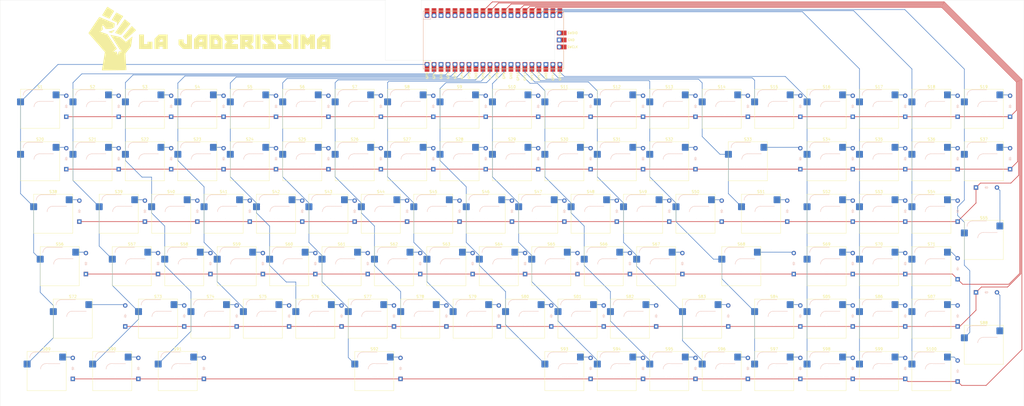
<source format=kicad_pcb>
(kicad_pcb (version 20240108) (generator "pcbnew") (generator_version "8.0")
  (layers (0 "F.Cu" signal) (31 "B.Cu" signal) (34 "B.Paste" user) (35 "F.Paste" user) (36 "B.SilkS" user "B.Silkscreen") (37 "F.SilkS" user "F.Silkscreen") (38 "B.Mask" user) (39 "F.Mask" user) (44 "Edge.Cuts" user))
  (net 0 "")
  (net 1 "Net-(D1-A)")
  (net 2 "Net-(D2-A)")
  (net 3 "Net-(D3-A)")
  (net 4 "Net-(D4-A)")
  (net 5 "Net-(D5-A)")
  (net 6 "Net-(D6-A)")
  (net 7 "Net-(D7-A)")
  (net 8 "Net-(D8-A)")
  (net 9 "Net-(D9-A)")
  (net 10 "Net-(D10-A)")
  (net 11 "Net-(D11-A)")
  (net 12 "Net-(D12-A)")
  (net 13 "Net-(D13-A)")
  (net 14 "Net-(D14-A)")
  (net 15 "Net-(D15-A)")
  (net 16 "Net-(D16-A)")
  (net 17 "Net-(D17-A)")
  (net 18 "Net-(D18-A)")
  (net 19 "Net-(D19-A)")
  (net 20 "Net-(D20-A)")
  (net 21 "Net-(D21-A)")
  (net 22 "Net-(D22-A)")
  (net 23 "Net-(D23-A)")
  (net 24 "Net-(D24-A)")
  (net 25 "Net-(D25-A)")
  (net 26 "Net-(D26-A)")
  (net 27 "Net-(D27-A)")
  (net 28 "Net-(D28-A)")
  (net 29 "Net-(D29-A)")
  (net 30 "Net-(D30-A)")
  (net 31 "Net-(D31-A)")
  (net 32 "Net-(D32-A)")
  (net 33 "Net-(D33-A)")
  (net 34 "Net-(D34-A)")
  (net 35 "Net-(D35-A)")
  (net 36 "Net-(D36-A)")
  (net 37 "Net-(D37-A)")
  (net 38 "Net-(D38-A)")
  (net 39 "Net-(D39-A)")
  (net 40 "Net-(D40-A)")
  (net 41 "Net-(D41-A)")
  (net 42 "Net-(D42-A)")
  (net 43 "Net-(D43-A)")
  (net 44 "Net-(D44-A)")
  (net 45 "Net-(D45-A)")
  (net 46 "Net-(D46-A)")
  (net 47 "Net-(D47-A)")
  (net 48 "Net-(D48-A)")
  (net 49 "Net-(D49-A)")
  (net 50 "Net-(D50-A)")
  (net 51 "Net-(D51-A)")
  (net 52 "Net-(D52-A)")
  (net 53 "Net-(D53-A)")
  (net 54 "Net-(D54-A)")
  (net 55 "Net-(D55-A)")
  (net 56 "Net-(D56-A)")
  (net 57 "Net-(D57-A)")
  (net 58 "Net-(D58-A)")
  (net 59 "Net-(D59-A)")
  (net 60 "Net-(D60-A)")
  (net 61 "Net-(D61-A)")
  (net 62 "Net-(D62-A)")
  (net 63 "Net-(D63-A)")
  (net 64 "Net-(D64-A)")
  (net 65 "Net-(D65-A)")
  (net 66 "Net-(D66-A)")
  (net 67 "Net-(D67-A)")
  (net 68 "Net-(D68-A)")
  (net 69 "Net-(D69-A)")
  (net 70 "Net-(D70-A)")
  (net 71 "Net-(D71-A)")
  (net 72 "Net-(D72-A)")
  (net 73 "Net-(D73-A)")
  (net 74 "Net-(D74-A)")
  (net 75 "Net-(D75-A)")
  (net 76 "Net-(D76-A)")
  (net 77 "Net-(D77-A)")
  (net 78 "Net-(D78-A)")
  (net 79 "Net-(D79-A)")
  (net 80 "Net-(D80-A)")
  (net 81 "Net-(D81-A)")
  (net 82 "Net-(D82-A)")
  (net 83 "Net-(D83-A)")
  (net 84 "Net-(D84-A)")
  (net 85 "Net-(D85-A)")
  (net 86 "Net-(D86-A)")
  (net 87 "Net-(D87-A)")
  (net 88 "Net-(D88-A)")
  (net 89 "Net-(D89-A)")
  (net 90 "Net-(D90-A)")
  (net 91 "Net-(D91-A)")
  (net 92 "Net-(D92-A)")
  (net 93 "Net-(D93-A)")
  (net 94 "Net-(D94-A)")
  (net 95 "Net-(D95-A)")
  (net 96 "Net-(D96-A)")
  (net 97 "Net-(D97-A)")
  (net 98 "Net-(D98-A)")
  (net 99 "Net-(D99-A)")
  (net 100 "Net-(D100-A)")
  (net 101 "Row 0")
  (net 102 "Row 1")
  (net 103 "Row 2")
  (net 104 "Row 3")
  (net 105 "Row 4")
  (net 106 "Row 5")
  (net 107 "Column 0")
  (net 108 "Column 1")
  (net 109 "Column 2")
  (net 110 "Column 3")
  (net 111 "Column 4")
  (net 112 "Column 5")
  (net 113 "Column 6")
  (net 114 "Column 7")
  (net 115 "Column 8")
  (net 116 "Column 9")
  (net 117 "Column 10")
  (net 118 "Column 11")
  (net 119 "Column 12")
  (net 120 "Column 13")
  (net 121 "Column 14")
  (net 122 "Column 15")
  (net 123 "Column 16")
  (net 124 "Column 17")
  (net 125 "Column 18")
  (footprint "ScottoKeebs_Hotswap:Hotswap_MX_1.00u" (layer "F.Cu") (at 349.775 102.625)
    (property "Reference" "S87")
    (property "Value" "Keyswitch")
  )
  (footprint "ScottoKeebs_Hotswap:Hotswap_MX_1.00u" (layer "F.Cu") (at 183.0875 102.625)
    (property "Reference" "S79")
    (property "Value" "Keyswitch")
  )
  (footprint "ScottoKeebs_Hotswap:Hotswap_MX_1.00u" (layer "F.Cu") (at 164.0375 102.625)
    (property "Reference" "S78")
    (property "Value" "Keyswitch")
  )
  (footprint "ScottoKeebs_Hotswap:Hotswap_MX_1.00u" (layer "F.Cu") (at 44.975 26.425)
    (property "Reference" "S2")
    (property "Value" "Keyswitch")
  )
  (footprint "ScottoKeebs_Hotswap:Hotswap_MX_1.00u" (layer "F.Cu") (at 135.4625 83.575)
    (property "Reference" "S61")
    (property "Value" "Keyswitch")
  )
  (footprint "ScottoKeebs_Hotswap:Hotswap_MX_1.00u" (layer "F.Cu") (at 83.075 45.475)
    (property "Reference" "S23")
    (property "Value" "Keyswitch")
  )
  (footprint "ScottoKeebs_Hotswap:Hotswap_MX_1.00u" (layer "F.Cu") (at 159.275 26.425)
    (property "Reference" "S8")
    (property "Value" "Keyswitch")
  )
  (footprint "ScottoKeebs_Hotswap:Hotswap_MX_1.00u" (layer "F.Cu") (at 102.125 45.475)
    (property "Reference" "S24")
    (property "Value" "Keyswitch")
  )
  (footprint "ScottoKeebs_Hotswap:Hotswap_MX_1.00u" (layer "F.Cu") (at 121.175 45.475)
    (property "Reference" "S25")
    (property "Value" "Keyswitch")
  )
  (footprint "ScottoKeebs_Hotswap:Hotswap_MX_1.00u" (layer "F.Cu") (at 330.725 45.475)
    (property "Reference" "S35")
    (property "Value" "Keyswitch")
  )
  (footprint "ScottoKeebs_Hotswap:Hotswap_MX_1.00u" (layer "F.Cu") (at 368.825 26.425)
    (property "Reference" "S19")
    (property "Value" "Keyswitch")
  )
  (footprint "ScottoKeebs_Hotswap:Hotswap_MX_2.00u_90deg" (layer "F.Cu") (at 368.825 112.15)
    (property "Reference" "S88")
    (property "Value" "Keyswitch")
  )
  (footprint "ScottoKeebs_Hotswap:Hotswap_MX_1.00u" (layer "F.Cu") (at 221.1875 102.625)
    (property "Reference" "S81")
    (property "Value" "Keyswitch")
  )
  (footprint "ScottoKeebs_Hotswap:Hotswap_MX_2.25u" (layer "F.Cu") (at 280.71875 83.575)
    (property "Reference" "S68")
    (property "Value" "Keyswitch")
  )
  (footprint "ScottoKeebs_Hotswap:Hotswap_MX_1.00u" (layer "F.Cu") (at 202.1375 102.625)
    (property "Reference" "S80")
    (property "Value" "Keyswitch")
  )
  (footprint "ScottoKeebs_Hotswap:Hotswap_MX_1.00u" (layer "F.Cu") (at 349.775 83.575)
    (property "Reference" "S71")
    (property "Value" "Keyswitch")
  )
  (footprint "ScottoKeebs_Hotswap:Hotswap_MX_1.00u" (layer "F.Cu") (at 25.925 26.425)
    (property "Reference" "S1")
    (property "Value" "Keyswitch")
  )
  (footprint "ScottoKeebs_Hotswap:Hotswap_MX_1.00u" (layer "F.Cu") (at 211.6625 83.575)
    (property "Reference" "S65")
    (property "Value" "Keyswitch")
  )
  (footprint "ScottoKeebs_Hotswap:Hotswap_MX_1.00u" (layer "F.Cu") (at 249.7625 83.575)
    (property "Reference" "S67")
    (property "Value" "Keyswitch")
  )
  (footprint "ScottoKeebs_Hotswap:Hotswap_MX_1.00u" (layer "F.Cu") (at 154.5125 83.575)
    (property "Reference" "S62")
    (property "Value" "Keyswitch")
  )
  (footprint "ScottoKeebs_Hotswap:Hotswap_MX_1.00u" (layer "F.Cu") (at 121.175 26.425)
    (property "Reference" "S6")
    (property "Value" "Keyswitch")
  )
  (footprint "ScottoKeebs_Hotswap:Hotswap_MX_1.00u" (layer "F.Cu") (at 311.675 45.475)
    (property "Reference" "S34")
    (property "Value" "Keyswitch")
  )
  (footprint "ScottoKeebs_Hotswap:Hotswap_MX_1.00u" (layer "F.Cu") (at 73.55 64.525)
    (property "Reference" "S40")
    (property "Value" "Keyswitch")
  )
  (footprint "ScottoKeebs_Hotswap:Hotswap_MX_1.00u" (layer "F.Cu") (at 173.5625 83.575)
    (property "Reference" "S63")
    (property "Value" "Keyswitch")
  )
  (footprint "ScottoKeebs_Hotswap:Hotswap_MX_1.00u" (layer "F.Cu") (at 149.75 64.525)
    (property "Reference" "S44")
    (property "Value" "Keyswitch")
  )
  (footprint "ScottoKeebs_Hotswap:Hotswap_MX_1.00u" (layer "F.Cu") (at 87.8375 102.625)
    (property "Reference" "S74")
    (property "Value" "Keyswitch")
  )
  (footprint "ScottoKeebs_Hotswap:Hotswap_MX_1.00u" (layer "F.Cu") (at 273.575 26.425)
    (property "Reference" "S14")
    (property "Value" "Keyswitch")
  )
  (footprint "ScottoKeebs_Hotswap:Hotswap_MX_1.00u" (layer "F.Cu") (at 102.125 26.425)
    (property "Reference" "S5")
    (property "Value" "Keyswitch")
  )
  (footprint "Graphics:title" (layer "F.Cu") (at 96.9898 6.635368)
    (property "Reference" "G***" (hide yes))
    (property "Value" "LOGO" (hide yes))
  )
  (footprint "ScottoKeebs_Hotswap:Hotswap_MX_1.00u" (layer "F.Cu") (at 44.975 45.475)
    (property "Reference" "S21")
    (property "Value" "Keyswitch")
  )
  (footprint "ScottoKeebs_Hotswap:Hotswap_MX_1.00u" (layer "F.Cu") (at 159.275 45.475)
    (property "Reference" "S27")
    (property "Value" "Keyswitch")
  )
  (footprint "ScottoKeebs_Hotswap:Hotswap_MX_1.00u" (layer "F.Cu") (at 192.6125 83.575)
    (property "Reference" "S64")
    (property "Value" "Keyswitch")
  )
  (footprint "ScottoKeebs_Hotswap:Hotswap_MX_1.00u" (layer "F.Cu") (at 178.325 45.475)
    (property "Reference" "S28")
    (property "Value" "Keyswitch")
  )
  (footprint "ScottoKeebs_Hotswap:Hotswap_MX_1.00u" (layer "F.Cu") (at 311.675 64.525)
    (property "Reference" "S52")
    (property "Value" "Keyswitch")
  )
  (footprint "ScottoKeebs_Stabilizer:Stabilizer_MX_2.00u" (layer "F.Cu") (at 283.1 45.475)
    (property "Reference" "REF**" (hide yes))
    (property "Value" "Stabilizer_MX_2.00u")
  )
  (footprint "ScottoKeebs_Hotswap:Hotswap_MX_1.00u" (layer "F.Cu") (at 330.725 26.425)
    (property "Reference" "S17")
    (property "Value" "Keyswitch")
  )
  (footprint "ScottoKeebs_Hotswap:Hotswap_MX_1.00u" (layer "F.Cu") (at 54.5 64.525)
    (property "Reference" "S39")
    (property "Value" "Keyswitch")
  )
  (footprint "ScottoKeebs_Hotswap:Hotswap_MX_1.00u" (layer "F.Cu") (at 216.425 121.675)
    (property "Reference" "S93")
    (property "Value" "Keyswitch")
  )
  (footprint "ScottoKeebs_Stabilizer:Stabilizer_MX_2.00u" (layer "F.Cu") (at 37.83125 102.625)
    (property "Reference" "REF**" (hide yes))
    (property "Value" "Stabilizer_MX_2.00u")
  )
  (footprint "ScottoKeebs_Hotswap:Hotswap_MX_1.00u" (layer "F.Cu") (at 64.025 45.475)
    (property "Reference" "S22")
    (property "Value" "Keyswitch")
  )
  (footprint "Graphics:logo" (layer "F.Cu") (at 52.300671 1.506121)
    (property "Reference" "G***" (hide yes))
    (property "Value" "LOGO" (hide yes))
  )
  (footprint "ScottoKeebs_Hotswap:Hotswap_MX_1.00u" (layer "F.Cu") (at 144.9875 102.625)
    (property "Reference" "S77")
    (property "Value" "Keyswitch")
  )
  (footprint "ScottoKeebs_Hotswap:Hotswap_MX_1.00u" (layer "F.Cu") (at 368.825 45.475)
    (property "Reference" "S37")
    (property "Value" "Keyswitch")
  )
  (footprint "ScottoKeebs_Hotswap:Hotswap_MX_1.00u" (layer "F.Cu") (at 130.7 64.525)
    (property "Reference" "S43")
    (property "Value" "Keyswitch")
  )
  (footprint "ScottoKeebs_Hotswap:Hotswap_MX_1.00u" (layer "F.Cu") (at 349.775 121.675)
    (property "Reference" "S100")
    (property "Value" "Keyswitch")
  )
  (footprint "ScottoKeebs_Hotswap:Hotswap_MX_1.00u" (layer "F.Cu") (at 25.925 45.475)
    (property "Reference" "S20")
    (property "Value" "Keyswitch")
  )
  (footprint "ScottoKeebs_Hotswap:Hotswap_MX_1.00u" (layer "F.Cu") (at 197.375 45.475)
    (property "Reference" "S29")
    (property "Value" "Keyswitch")
  )
  (footprint "ScottoKeebs_Hotswap:Hotswap_MX_1.00u" (layer "F.Cu") (at 97.3625 83.575)
    (property "Reference" "S59")
    (property "Value" "Keyswitch")
  )
  (footprint "ScottoKeebs_Hotswap:Hotswap_MX_1.00u" (layer "F.Cu") (at 235.475 26.425)
    (property "Reference" "S12")
    (property "Value" "Keyswitch")
  )
  (footprint "ScottoKeebs_Hotswap:Hotswap_MX_1.00u" (layer "F.Cu") (at 125.9375 102.625)
    (property "Reference" "S76")
    (property "Value" "Keyswitch")
  )
  (footprint "ScottoKeebs_Hotswap:Hotswap_MX_1.25u" (layer "F.Cu") (at 75.93125 121.675)
    (property "Reference" "S91")
    (property "Value" "Keyswitch")
  )
  (footprint "ScottoKeebs_Hotswap:Hotswap_MX_1.00u" (layer "F.Cu") (at 197.375 26.425)
    (property "Reference" "S10")
    (property "Value" "Keyswitch")
  )
  (footprint "ScottoKeebs_Hotswap:Hotswap_MX_1.00u" (layer "F.Cu") (at 206.9 64.525)
    (property "Reference" "S47")
    (property "Value" "Keyswitch")
  )
  (footprint "ScottoKeebs_Hotswap:Hotswap_MX_1.25u" (layer "F.Cu") (at 52.11875 121.675)
    (property "Reference" "S90")
    (property "Value" "Keyswitch")
  )
  (footprint "ScottoKeebs_Hotswap:Hotswap_MX_1.00u" (layer "F.Cu") (at 225.95 64.525)
    (property "Reference" "S48")
    (property "Value" "Keyswitch")
  )
  (footprint "ScottoKeebs_Hotswap:Hotswap_MX_1.00u" (layer "F.Cu") (at 245 64.525)
    (property "Reference" "S49")
    (property "Value" "Keyswitch")
  )
  (footprint "ScottoKeebs_Hotswap:Hotswap_MX_1.00u" (layer "F.Cu") (at 106.8875 102.625)
    (property "Reference" "S75")
    (property "Value" "Keyswitch")
  )
  (footprint "ScottoKeebs_Hotswap:Hotswap_MX_1.00u" (layer "F.Cu") (at 264.05 64.525)
    (property "Reference" "S50")
    (property "Value" "Keyswitch")
  )
  (footprint "ScottoKeebs_Hotswap:Hotswap_MX_1.00u" (layer "F.Cu") (at 140.225 26.425)
    (property "Reference" "S7")
    (property "Value" "Keyswitch")
  )
  (footprint "ScottoKeebs_Hotswap:Hotswap_MX_1.50u" (layer "F.Cu") (at 30.6875 64.525)
    (property "Reference" "S38")
    (property "Value" "Keyswitch")
  )
  (footprint "ScottoKeebs_Hotswap:Hotswap_MX_1.00u" (layer "F.Cu") (at 240.2375 102.625)
    (property "Reference" "S82")
    (property "Value" "Keyswitch")
  )
  (footprint "ScottoKeebs_Hotswap:Hotswap_MX_1.50u" (layer "F.Cu") (at 287.8625 64.525)
    (property "Reference" "S51")
    (property "Value" "Keyswitch")
  )
  (footprint "ScottoKeebs_Hotswap:Hotswap_MX_1.00u" (layer "F.Cu") (at 330.725 121.675)
    (property "Reference" "S99")
    (property "Value" "Keyswitch")
  )
  (footprint "ScottoKeebs_Hotswap:Hotswap_MX_1.00u" (layer "F.Cu") (at 292.625 26.425)
    (property "Reference" "S15")
    (property "Value" "Keyswitch")
  )
  (footprint "ScottoKeebs_Hotswap:Hotswap_MX_1.00u" (layer "F.Cu") (at 349.775 64.525)
    (property "Reference" "S54")
    (property "Value" "Keyswitch")
  )
  (footprint "ScottoKeebs_Hotswap:Hotswap_MX_1.00u" (layer "F.Cu") (at 78.3125 83.575)
    (property "Reference" "S58")
    (property "Value" "Keyswitch")
  )
  (footprint "ScottoKeebs_Hotswap:Hotswap_MX_1.00u" (layer "F.Cu") (at 92.6 64.525)
    (property "Reference" "S41")
    (property "Value" "Keyswitch")
  )
  (footprint "ScottoKeebs_Hotswap:Hotswap_MX_1.00u" (layer "F.Cu") (at 330.725 102.625)
    (property "Reference" "S86")
    (property "Value" "Keyswitch")
  )
  (footprint "ScottoKeebs_Hotswap:Hotswap_MX_6.25u" (layer "F.Cu") (at 147.36875 121.675)
    (property "Reference" "S92")
    (property "Value" "Keyswitch")
  )
  (footprint "ScottoKeebs_Hotswap:Hotswap_MX_1.00u" (layer "F.Cu") (at 254.525 45.475)
    (property "Reference" "S32")
    (property "Value" "Keyswitch")
  )
  (footprint "ScottoKeebs_Hotswap:Hotswap_MX_1.00u" (layer "F.Cu") (at 235.475 121.675)
    (property "Reference" "S94")
    (property "Value" "Keyswitch")
  )
  (footprint "ScottoKeebs_Stabilizer:Stabilizer_MX_6.25u" (layer "F.Cu") (at 147.36875 121.675)
    (property "Reference" "REF**" (hide yes))
    (property "Value" "Stabilizer_MX_6.25u")
  )
  (footprint "ScottoKeebs_Hotswap:Hotswap_MX_1.00u" (layer "F.Cu") (at 349.775 26.425)
    (property "Reference" "S18")
    (property "Value" "Keyswitch")
  )
  (footprint "ScottoKeebs_Hotswap:Hotswap_MX_1.00u" (layer "F.Cu") (at 311.675 83.575)
    (property "Reference" "S69")
    (property "Value" "Keyswitch")
  )
  (footprint "ScottoKeebs_Stabilizer:Stabilizer_MX_2.00u" (layer "F.Cu") (at 368.825 112.15 90)
    (property "Reference" "REF**" (hide yes))
    (property "Value" "Stabilizer_MX_2.00u")
  )
  (footprint "ScottoKeebs_Hotswap:Hotswap_MX_1.00u" (layer "F.Cu") (at 111.65 64.525)
    (property "Reference" "S42")
    (property "Value" "Keyswitch")
  )
  (footprint "ScottoKeebs_Hotswap:Hotswap_MX_1.00u" (layer "F.Cu") (at 216.425 45.475)
    (property "Reference" "S30")
    (property "Value" "Keyswitch")
  )
  (footprint "ScottoKeebs_Hotswap:Hotswap_MX_1.00u" (layer "F.Cu") (at 311.675 26.425)
    (property "Reference" "S16")
    (property "Value" "Keyswitch")
  )
  (footprint "ScottoKeebs_Hotswap:Hotswap_MX_1.00u" (layer "F.Cu") (at 292.625 102.625)
    (property "Reference" "S84")
    (property "Value" "Keyswitch")
  )
  (footprint "ScottoKeebs_Hotswap:Hotswap_MX_1.00u" (layer "F.Cu") (at 187.85 64.525)
    (property "Reference" "S46")
    (property "Value" "Keyswitch")
  )
  (footprint "ScottoKeebs_Hotswap:Hotswap_MX_1.00u" (layer "F.Cu") (at 330.725 83.575)
    (property "Reference" "S70")
    (property "Value" "Keyswitch")
  )
  (footprint "ScottoKeebs_Hotswap:Hotswap_MX_1.25u" (layer "F.Cu") (at 28.30625 121.675)
    (property "Reference" "S89")
    (property "Value" "Keyswitch")
  )
  (footprint "ScottoKeebs_Hotswap:Hotswap_MX_1.00u" (layer "F.Cu") (at 254.525 121.675)
    (property "Reference" "S95")
    (property "Value" "Keyswitch")
  )
  (footprint "ScottoKeebs_Hotswap:Hotswap_MX_1.75u" (layer "F.Cu") (at 33.06875 83.575)
    (property "Reference" "S56")
    (property "Value" "Keyswitch")
  )
  (footprint "ScottoKeebs_Hotswap:Hotswap_MX_1.00u" (layer "F.Cu") (at 68.7875 102.625)
    (property "Reference" "S73")
    (property "Value" "Keyswitch")
  )
  (footprint "ScottoKeebs_Hotswap:Hotswap_MX_1.00u" (layer "F.Cu") (at 330.725 64.525)
    (property "Reference" "S53")
    (property "Value" "Keyswitch")
  )
  (footprint "ScottoKeebs_Hotswap:Hotswap_MX_1.00u" (layer "F.Cu") (at 311.675 121.675)
    (property "Reference" "S98")
    (property "Value" "Keyswitch")
  )
  (footprint "ScottoKeebs_Hotswap:Hotswap_MX_1.00u" (layer "F.Cu") (at 168.8 64.525)
    (property "Reference" "S45")
    (property "Value" "Keyswitch")
  )
  (footprint "ScottoKeebs_Hotswap:Hotswap_MX_1.00u" (layer "F.Cu") (at 83.075 26.425)
    (property "Reference" "S4")
    (property "Value" "Keyswitch")
  )
  (footprint "ScottoKeebs_Hotswap:Hotswap_MX_2.00u" (layer "F.Cu") (at 283.1 45.475)
    (property "Reference" "S33")
    (property "Value" "Keyswitch")
  )
  (footprint "ScottoKeebs_Hotswap:Hotswap_MX_1.00u" (layer "F.Cu") (at 254.525 26.425)
    (property "Reference" "S13")
    (property "Value" "Keyswitch")
  )
  (footprint "ScottoKeebs_Hotswap:Hotswap_MX_1.00u" (layer "F.Cu") (at 230.7125 83.575)
    (property "Reference" "S66")
    (property "Value" "Keyswitch")
  )
  (footprint "ScottoKeebs_Hotswap:Hotswap_MX_1.00u" (layer "F.Cu") (at 273.575 121.675)
    (property "Reference" "S96")
    (property "Value" "Keyswitch")
  )
  (footprint "ScottoKeebs_Hotswap:Hotswap_MX_1.75u" (layer "F.Cu") (at 266.43125 102.625)
    (property "Reference" "S83")
    (property "Value" "Keyswitch")
  )
  (footprint "ScottoKeebs_Hotswap:Hotswap_MX_1.00u" (layer "F.Cu") (at 140.225 45.475)
    (property "Reference" "S26")
    (property "Value" "Keyswitch")
  )
  (footprint "ScottoKeebs_MCU:Raspberry_Pi_Pico" (layer "F.Cu") (at 190.65 1.4 90)
    (property "Reference" "U1" (hide yes))
    (property "Value" "Raspberry_Pi_Pico" (hide yes))
  )
  (footprint "ScottoKeebs_Hotswap:Hotswap_MX_1.00u" (layer "F.Cu") (at 116.4125 83.575)
    (property "Reference" "S60")
    (property "Value" "Keyswitch")
  )
  (footprint "ScottoKeebs_Hotswap:Hotswap_MX_1.00u" (layer "F.Cu") (at 216.425 26.425)
    (property "Reference" "S11")
    (property "Value" "Keyswitch")
  )
  (footprint "ScottoKeebs_Hotswap:Hotswap_MX_2.25u" (layer "F.Cu") (at 37.83125 102.625)
    (property "Reference" "S72")
    (property "Value" "Keyswitch")
  )
  (footprint "ScottoKeebs_Stabilizer:Stabilizer_MX_2.00u" (layer "F.Cu") (at 368.825 74.05 90)
    (property "Reference" "REF**" (hide yes))
    (property "Value" "Stabilizer_MX_2.00u")
  )
  (footprint "ScottoKeebs_Hotswap:Hotswap_MX_1.00u" (layer "F.Cu") (at 349.775 45.475)
    (property "Reference" "S36")
    (property "Value" "Keyswitch")
  )
  (footprint "ScottoKeebs_Hotswap:Hotswap_MX_1.00u" (layer "F.Cu") (at 292.625 121.675)
    (property "Reference" "S97")
    (property "Value" "Keyswitch")
  )
  (footprint "ScottoKeebs_Hotswap:Hotswap_MX_2.00u_90deg" (layer "F.Cu") (at 368.825 74.05)
    (property "Reference" "S55")
    (property "Value" "Keyswitch")
  )
  (footprint "ScottoKeebs_Stabilizer:Stabilizer_MX_2.00u" (layer "F.Cu") (at 280.71875 83.575)
    (property "Reference" "REF**" (hide yes))
    (property "Value" "Stabilizer_MX_2.00u")
  )
  (footprint "ScottoKeebs_Hotswap:Hotswap_MX_1.00u" (layer "F.Cu") (at 178.325 26.425)
    (property "Reference" "S9")
    (property "Value" "Keyswitch")
  )
  (footprint "ScottoKeebs_Hotswap:Hotswap_MX_1.00u" (layer "F.Cu") (at 59.2625 83.575)
    (property "Reference" "S57")
    (property "Value" "Keyswitch")
  )
  (footprint "ScottoKeebs_Hotswap:Hotswap_MX_1.00u" (layer "F.Cu") (at 235.475 45.475)
    (property "Reference" "S31")
    (property "Value" "Keyswitch")
  )
  (footprint "ScottoKeebs_Hotswap:Hotswap_MX_1.00u" (layer "F.Cu") (at 311.675 102.625)
    (property "Reference" "S85")
    (property "Value" "Keyswitch")
  )
  (footprint "ScottoKeebs_Hotswap:Hotswap_MX_1.00u" (layer "F.Cu") (at 64.025 26.425)
    (property "Reference" "S3")
    (property "Value" "Keyswitch")
  )
  (footprint "ScottoKeebs_Components:Diode_DO-35" (layer "B.Cu") (at 78.3125 105.4825 90)
    (property "Reference" "D73" (hide yes))
    (property "Value" "Diode" (hide yes))
  )
  (footprint "ScottoKeebs_Components:Diode_DO-35" (layer "B.Cu") (at 221.1875 86.4325 90)
    (property "Reference" "D65" (hide yes))
    (property "Value" "Diode" (hide yes))
  )
  (footprint "ScottoKeebs_Components:Diode_DO-35" (layer "B.Cu") (at 192.6125 105.4825 90)
    (property "Reference" "D79" (hide yes))
    (property "Value" "Diode" (hide yes))
  )
  (footprint "ScottoKeebs_Components:Diode_DO-35" (layer "B.Cu") (at 97.3625 105.4825 90)
    (property "Reference" "D74" (hide yes))
    (property "Value" "Diode" (hide yes))
  )
  (footprint "ScottoKeebs_Components:Diode_DO-35" (layer "B.Cu") (at 302.15 48.3325 90)
    (property "Reference" "D33" (hide yes))
    (property "Value" "Diode" (hide yes))
  )
  (footprint "ScottoKeebs_Components:Diode_DO-35" (layer "B.Cu") (at 61.64375 124.5325 90)
    (property "Reference" "D90" (hide yes))
    (property "Value" "Diode" (hide yes))
  )
  (footprint "ScottoKeebs_Components:Diode_DO-35" (layer "B.Cu") (at 283.1 124.5325 90)
    (property "Reference" "D96" (hide yes))
    (property "Value" "Diode" (hide yes))
  )
  (footprint "ScottoKeebs_Components:Diode_DO-35" (layer "B.Cu") (at 56.88125 105.4825 90)
    (property "Reference" "D72" (hide yes))
    (property "Value" "Diode" (hide yes))
  )
  (footprint "ScottoKeebs_Components:Diode_DO-35" (layer "B.Cu") (at 245 124.5325 90)
    (property "Reference" "D94" (hide yes))
    (property "Value" "Diode" (hide yes))
  )
  (footprint "ScottoKeebs_Components:Diode_DO-35" (layer "B.Cu") (at 111.65 48.3325 90)
    (property "Reference" "D24" (hide yes))
    (property "Value" "Diode" (hide yes))
  )
  (footprint "ScottoKeebs_Components:Diode_DO-35" (layer "B.Cu") (at 359.3 88.3375 90)
    (property "Reference" "D71" (hide yes))
    (property "Value" "Diode" (hide yes))
  )
  (footprint "ScottoKeebs_Components:Diode_DO-35" (layer "B.Cu") (at 130.7 48.3325 90)
    (property "Reference" "D25" (hide yes))
    (property "Value" "Diode" (hide yes))
  )
  (footprint "ScottoKeebs_Components:Diode_DO-35" (layer "B.Cu") (at 359.3 67.3825 90)
    (property "Reference" "D54" (hide yes))
    (property "Value" "Diode" (hide yes))
  )
  (footprint "ScottoKeebs_Components:Diode_DO-35" (layer "B.Cu") (at 35.45 29.2825 90)
    (property "Reference" "D1" (hide yes))
    (property "Value" "Diode" (hide yes))
  )
  (footprint "ScottoKeebs_Components:Diode_DO-35" (layer "B.Cu") (at 359.3 105.4825 90)
    (property "Reference" "D87" (hide yes))
    (property "Value" "Diode" (hide yes))
  )
  (footprint "ScottoKeebs_Components:Diode_DO-35" (layer "B.Cu") (at 211.6625 105.4825 90)
    (property "Reference" "D80" (hide yes))
    (property "Value" "Diode" (hide yes))
  )
  (footprint "ScottoKeebs_Components:Diode_DO-35" (layer "B.Cu") (at 225.95 124.5325 90)
    (property "Reference" "D93" (hide yes))
    (property "Value" "Diode" (hide yes))
  )
  (footprint "ScottoKeebs_Components:Diode_DO-35" (layer "B.Cu") (at 106.8875 86.4325 90)
    (property "Reference" "D59" (hide yes))
    (property "Value" "Diode" (hide yes))
  )
  (footprint "ScottoKeebs_Components:Diode_DO-35" (layer "B.Cu") (at 121.175 67.3825 90)
    (property "Reference" "D42" (hide yes))
    (property "Value" "Diode" (hide yes))
  )
  (footprint "ScottoKeebs_Components:Diode_DO-35" (layer "B.Cu") (at 340.25 67.3825 90)
    (property "Reference" "D53" (hide yes))
    (property "Value" "Diode" (hide yes))
  )
  (footprint "ScottoKeebs_Components:Diode_DO-35" (layer "B.Cu") (at 130.7 29.2825 90)
    (property "Reference" "D6" (hide yes))
    (property "Value" "Diode" (hide yes))
  )
  (footprint "ScottoKeebs_Components:Diode_DO-35" (layer "B.Cu") (at 340.25 48.3325 90)
    (property "Reference" "D35" (hide yes))
    (property "Value" "Diode" (hide yes))
  )
  (footprint "ScottoKeebs_Components:Diode_DO-35" (layer "B.Cu") (at 216.425 67.3825 90)
    (property "Reference" "D47" (hide yes))
    (property "Value" "Diode" (hide yes))
  )
  (footprint "ScottoKeebs_Components:Diode_DO-35" (layer "B.Cu") (at 42.59375 86.4325 90)
    (property "Reference" "D56" (hide yes))
    (property "Value" "Diode" (hide yes))
  )
  (footprint "ScottoKeebs_Components:Diode_DO-35" (layer "B.Cu") (at 302.15 29.2825 90)
    (property "Reference" "D15" (hide yes))
    (property "Value" "Diode" (hide yes))
  )
  (footprint "ScottoKeebs_Components:Diode_DO-35" (layer "B.Cu") (at 245 48.3325 90)
    (property "Reference" "D31" (hide yes))
    (property "Value" "Diode" (hide yes))
  )
  (footprint "ScottoKeebs_Components:Diode_DO-35" (layer "B.Cu") (at 206.9 29.2825 90)
    (property "Reference" "D10" (hide yes))
    (property "Value" "Diode" (hide yes))
  )
  (footprint "ScottoKeebs_Components:Diode_DO-35" (layer "B.Cu") (at 378.35 29.2825 90)
    (property "Reference" "D19" (hide yes))
    (property "Value" "Diode" (hide yes))
  )
  (footprint "ScottoKeebs_Components:Diode_DO-35" (layer "B.Cu") (at 359.3 29.2825 90)
    (property "Reference" "D18" (hide yes))
    (property "Value" "Diode" (hide yes))
  )
  (footprint "ScottoKeebs_Components:Diode_DO-35" (layer "B.Cu") (at 168.8 29.2825 90)
    (property "Reference" "D8" (hide yes))
    (property "Value" "Diode" (hide yes))
  )
  (footprint "ScottoKeebs_Components:Diode_DO-35" (layer "B.Cu") (at 154.5125 105.4825 90)
    (property "Reference" "D77" (hide yes))
    (property "Value" "Diode" (hide yes))
  )
  (footprint "ScottoKeebs_Components:Diode_DO-35" (layer "B.Cu") (at 125.9375 86.4325 90)
    (property "Reference" "D60" (hide yes))
    (property "Value" "Diode" (hide yes))
  )
  (footprint "ScottoKeebs_Components:Diode_DO-35" (layer "B.Cu") (at 340.25 86.4325 90)
    (property "Reference" "D70" (hide yes))
    (property "Value" "Diode" (hide yes))
  )
  (footprint "ScottoKeebs_Components:Diode_DO-35" (layer "B.Cu") (at 321.2 29.2825 90)
    (property "Reference" "D16" (hide yes))
    (property "Value" "Diode" (hide yes))
  )
  (footprint "ScottoKeebs_Components:Diode_DO-35" (layer "B.Cu") (at 264.05 48.3325 90)
    (property "Reference" "D32" (hide yes))
    (property "Value" "Diode" (hide yes))
  )
  (footprint "ScottoKeebs_Components:Diode_DO-35" (layer "B.Cu") (at 73.55 29.2825 90)
    (property "Reference" "D3" (hide yes))
    (property "Value" "Diode" (hide yes))
  )
  (footprint "ScottoKeebs_Components:Diode_DO-35" (layer "B.Cu") (at 206.9 48.3325 90)
    (property "Reference" "D29" (hide yes))
    (property "Value" "Diode" (hide yes))
  )
  (footprint "ScottoKeebs_Components:Diode_DO-35" (layer "B.Cu") (at 365.9675 55)
    (property "Reference" "D55" (hide yes))
    (property "Value" "Diode" (hide yes))
  )
  (footprint "ScottoKeebs_Components:Diode_DO-35" (layer "B.Cu") (at 64.025 67.3825 90)
    (property "Reference" "D39" (hide yes))
    (property "Value" "Diode" (hide yes))
  )
  (footprint "ScottoKeebs_Components:Diode_DO-35" (layer "B.Cu") (at 83.075 67.3825 90)
    (property "Reference" "D40" (hide yes))
    (property "Value" "Diode" (hide yes))
  )
  (footprint "ScottoKeebs_Components:Diode_DO-35" (layer "B.Cu") (at 378.35 48.3325 90)
    (property "Reference" "D37" (hide yes))
    (property "Value" "Diode" (hide yes))
  )
  (footprint "ScottoKeebs_Components:Diode_DO-35" (layer "B.Cu") (at 92.6 48.3325 90)
    (property "Reference" "D23" (hide yes))
    (property "Value" "Diode" (hide yes))
  )
  (footprint "ScottoKeebs_Components:Diode_DO-35" (layer "B.Cu") (at 102.125 67.3825 90)
    (property "Reference" "D41" (hide yes))
    (property "Value" "Diode" (hide yes))
  )
  (footprint "ScottoKeebs_Components:Diode_DO-35" (layer "B.Cu") (at 164.0375 86.4325 90)
    (property "Reference" "D62" (hide yes))
    (property "Value" "Diode" (hide yes))
  )
  (footprint "ScottoKeebs_Components:Diode_DO-35" (layer "B.Cu") (at 240.2375 86.4325 90)
    (property "Reference" "D66" (hide yes))
    (property "Value" "Diode" (hide yes))
  )
  (footprint "ScottoKeebs_Components:Diode_DO-35" (layer "B.Cu") (at 87.8375 86.4325 90)
    (property "Reference" "D58" (hide yes))
    (property "Value" "Diode" (hide yes))
  )
  (footprint "ScottoKeebs_Components:Diode_DO-35" (layer "B.Cu") (at 159.275 67.3825 90)
    (property "Reference" "D44" (hide yes))
    (property "Value" "Diode" (hide yes))
  )
  (footprint "ScottoKeebs_Components:Diode_DO-35" (layer "B.Cu") (at 178.325 67.3825 90)
    (property "Reference" "D45" (hide yes))
    (property "Value" "Diode" (hide yes))
  )
  (footprint "ScottoKeebs_Components:Diode_DO-35" (layer "B.Cu") (at 183.0875 86.4325 90)
    (property "Reference" "D63" (hide yes))
    (property "Value" "Diode" (hide yes))
  )
  (footprint "ScottoKeebs_Components:Diode_DO-35" (layer "B.Cu") (at 299.76875 86.4325 90)
    (property "Reference" "D68" (hide yes))
    (property "Value" "Diode" (hide yes))
  )
  (footprint "ScottoKeebs_Components:Diode_DO-35" (layer "B.Cu") (at 340.25 105.4825 90)
    (property "Reference" "D86" (hide yes))
    (property "Value" "Diode" (hide yes))
  )
  (footprint "ScottoKeebs_Components:Diode_DO-35" (layer "B.Cu") (at 111.65 29.2825 90)
    (property "Reference" "D5" (hide yes))
    (property "Value" "Diode" (hide yes))
  )
  (footprint "ScottoKeebs_Components:Diode_DO-35" (layer "B.Cu") (at 340.25 29.2825 90)
    (property "Reference" "D17" (hide yes))
    (property "Value" "Diode" (hide yes))
  )
  (footprint "ScottoKeebs_Components:Diode_DO-35" (layer "B.Cu") (at 54.5 48.3325 90)
    (property "Reference" "D21" (hide yes))
    (property "Value" "Diode" (hide yes))
  )
  (footprint "ScottoKeebs_Components:Diode_DO-35" (layer "B.Cu") (at 273.575 67.3825 90)
    (property "Reference" "D50" (hide yes))
    (property "Value" "Diode" (hide yes))
  )
  (footprint "ScottoKeebs_Components:Diode_DO-35" (layer "B.Cu") (at 264.05 124.5325 90)
    (property "Reference" "D95" (hide yes))
    (property "Value" "Diode" (hide yes))
  )
  (footprint "ScottoKeebs_Components:Diode_DO-35" (layer "B.Cu") (at 140.225 67.3825 90)
    (property "Reference" "D43" (hide yes))
    (property "Value" "Diode" (hide yes))
  )
  (footprint "ScottoKeebs_Components:Diode_DO-35" (layer "B.Cu") (at 116.4125 105.4825 90)
    (property "Reference" "D75" (hide yes))
    (property "Value" "Diode" (hide yes))
  )
  (footprint "ScottoKeebs_Components:Diode_DO-35" (layer "B.Cu") (at 321.2 124.5325 90)
    (property "Reference" "D98" (hide yes))
    (property "Value" "Diode" (hide yes))
  )
  (footprint "ScottoKeebs_Components:Diode_DO-35" (layer "B.Cu") (at 54.5 29.2825 90)
    (property "Reference" "D2" (hide yes))
    (property "Value" "Diode" (hide yes))
  )
  (footprint "ScottoKeebs_Components:Diode_DO-35" (layer "B.Cu") (at 321.2 105.4825 90)
    (property "Reference" "D85" (hide yes))
    (property "Value" "Diode" (hide yes))
  )
  (footprint "ScottoKeebs_Components:Diode_DO-35" (layer "B.Cu") (at 197.375 67.3825 90)
    (property "Reference" "D46" (hide yes))
    (property "Value" "Diode" (hide yes))
  )
  (footprint "ScottoKeebs_Components:Diode_DO-35" (layer "B.Cu") (at 359.3 125.485 90)
    (property "Reference" "D100" (hide yes))
    (property "Value" "Diode" (hide yes))
  )
  (footprint "ScottoKeebs_Components:Diode_DO-35" (layer "B.Cu") (at 283.1 29.2825 90)
    (property "Reference" "D14" (hide yes))
    (property "Value" "Diode" (hide yes))
  )
  (footprint "ScottoKeebs_Components:Diode_DO-35" (layer "B.Cu") (at 85.45625 124.5325 90)
    (property "Reference" "D91" (hide yes))
    (property "Value" "Diode" (hide yes))
  )
  (footprint "ScottoKeebs_Components:Diode_DO-35" (layer "B.Cu") (at 68.7875 86.4325 90)
    (property "Reference" "D57" (hide yes))
    (property "Value" "Diode" (hide yes))
  )
  (footprint "ScottoKeebs_Components:Diode_DO-35" (layer "B.Cu") (at 149.75 29.2825 90)
    (property "Reference" "D7" (hide yes))
    (property "Value" "Diode" (hide yes))
  )
  (footprint "ScottoKeebs_Components:Diode_DO-35" (layer "B.Cu") (at 35.45 48.3325 90)
    (property "Reference" "D20" (hide yes))
    (property "Value" "Diode" (hide yes))
  )
  (footprint "ScottoKeebs_Components:Diode_DO-35" (layer "B.Cu") (at 359.3 48.3325 90)
    (property "Reference" "D36" (hide yes))
    (property "Value" "Diode" (hide yes))
  )
  (footprint "ScottoKeebs_Components:Diode_DO-35" (layer "B.Cu") (at 135.4625 105.4825 90)
    (property "Reference" "D76" (hide yes))
    (property "Value" "Diode" (hide yes))
  )
  (footprint "ScottoKeebs_Components:Diode_DO-35" (layer "B.Cu") (at 264.05 29.2825 90)
    (property "Reference" "D13" (hide yes))
    (property "Value" "Diode" (hide yes))
  )
  (footprint "ScottoKeebs_Components:Diode_DO-35" (layer "B.Cu") (at 187.85 29.2825 90)
    (property "Reference" "D9" (hide yes))
    (property "Value" "Diode" (hide yes))
  )
  (footprint "ScottoKeebs_Components:Diode_DO-35" (layer "B.Cu") (at 321.2 67.3825 90)
    (property "Reference" "D52" (hide yes))
    (property "Value" "Diode" (hide yes))
  )
  (footprint "ScottoKeebs_Components:Diode_DO-35" (layer "B.Cu") (at 225.95 29.2825 90)
    (property "Reference" "D11" (hide yes))
    (property "Value" "Diode" (hide yes))
  )
  (footprint "ScottoKeebs_Components:Diode_DO-35" (layer "B.Cu") (at 40.2125 67.3825 90)
    (property "Reference" "D38" (hide yes))
    (property "Value" "Diode" (hide yes))
  )
  (footprint "ScottoKeebs_Components:Diode_DO-35" (layer "B.Cu") (at 302.15 124.5325 90)
    (property "Reference" "D97" (hide yes))
    (property "Value" "Diode" (hide yes))
  )
  (footprint "ScottoKeebs_Components:Diode_DO-35" (layer "B.Cu") (at 202.1375 86.4325 90)
    (property "Reference" "D64" (hide yes))
    (property "Value" "Diode" (hide yes))
  )
  (footprint "ScottoKeebs_Components:Diode_DO-35" (layer "B.Cu") (at 249.7625 105.4825 90)
    (property "Reference" "D82" (hide yes))
    (property "Value" "Diode" (hide yes))
  )
  (footprint "ScottoKeebs_Components:Diode_DO-35" (layer "B.Cu") (at 144.9875 86.4325 90)
    (property "Reference" "D61" (hide yes))
    (property "Value" "Diode" (hide yes))
  )
  (footprint "ScottoKeebs_Components:Diode_DO-35" (layer "B.Cu") (at 254.525 67.3825 90)
    (property "Reference" "D49" (hide yes))
    (property "Value" "Diode" (hide yes))
  )
  (footprint "ScottoKeebs_Components:Diode_DO-35" (layer "B.Cu") (at 225.95 48.3325 90)
    (property "Reference" "D30" (hide yes))
    (property "Value" "Diode" (hide yes))
  )
  (footprint "ScottoKeebs_Components:Diode_DO-35" (layer "B.Cu") (at 173.5625 105.4825 90)
    (property "Reference" "D78" (hide yes))
    (property "Value" "Diode" (hide yes))
  )
  (footprint "ScottoKeebs_Components:Diode_DO-35" (layer "B.Cu") (at 156.89375 124.5325 90)
    (property "Reference" "D92" (hide yes))
    (property "Value" "Diode" (hide yes))
  )
  (footprint "ScottoKeebs_Components:Diode_DO-35" (layer "B.Cu") (at 37.83125 124.5325 90)
    (property "Reference" "D89" (hide yes))
    (property "Value" "Diode" (hide yes))
  )
  (footprint "ScottoKeebs_Components:Diode_DO-35" (layer "B.Cu") (at 321.2 48.3325 90)
    (property "Reference" "D34" (hide yes))
    (property "Value" "Diode" (hide yes))
  )
  (footprint "ScottoKeebs_Components:Diode_DO-35" (layer "B.Cu") (at 365.9675 93.1)
    (property "Reference" "D88" (hide yes))
    (property "Value" "Diode" (hide yes))
  )
  (footprint "ScottoKeebs_Components:Diode_DO-35" (layer "B.Cu") (at 73.55 48.3325 90)
    (property "Reference" "D22" (hide yes))
    (property "Value" "Diode" (hide yes))
  )
  (footprint "ScottoKeebs_Components:Diode_DO-35" (layer "B.Cu") (at 259.2875 86.4325 90)
    (property "Reference" "D67" (hide yes))
    (property "Value" "Diode" (hide yes))
  )
  (footprint "ScottoKeebs_Components:Diode_DO-35" (layer "B.Cu") (at 168.8 48.3325 90)
    (property "Reference" "D27" (hide yes))
    (property "Value" "Diode" (hide yes))
  )
  (footprint "ScottoKeebs_Components:Diode_DO-35" (layer "B.Cu") (at 92.6 29.2825 90)
    (property "Reference" "D4" (hide yes))
    (property "Value" "Diode" (hide yes))
  )
  (footprint "ScottoKeebs_Components:Diode_DO-35" (layer "B.Cu") (at 302.15 105.4825 90)
    (property "Reference" "D84" (hide yes))
    (property "Value" "Diode" (hide yes))
  )
  (footprint "ScottoKeebs_Components:Diode_DO-35" (layer "B.Cu") (at 235.475 67.3825 90)
    (property "Reference" "D48" (hide yes))
    (property "Value" "Diode" (hide yes))
  )
  (footprint "ScottoKeebs_Components:Diode_DO-35" (layer "B.Cu") (at 149.75 48.3325 90)
    (property "Reference" "D26" (hide yes))
    (property "Value" "Diode" (hide yes))
  )
  (footprint "ScottoKeebs_Components:Diode_DO-35" (layer "B.Cu") (at 340.25 124.5325 90)
    (property "Reference" "D99" (hide yes))
    (property "Value" "Diode" (hide yes))
  )
  (footprint "ScottoKeebs_Components:Diode_DO-35" (layer "B.Cu") (at 245 29.2825 90)
    (property "Reference" "D12" (hide yes))
    (property "Value" "Diode" (hide yes))
  )
  (footprint "ScottoKeebs_Components:Diode_DO-35" (layer "B.Cu") (at 187.85 48.3325 90)
    (property "Reference" "D28" (hide yes))
    (property "Value" "Diode" (hide yes))
  )
  (footprint "ScottoKeebs_Components:Diode_DO-35" (layer "B.Cu") (at 230.7125 105.4825 90)
    (property "Reference" "D81" (hide yes))
    (property "Value" "Diode" (hide yes))
  )
  (footprint "ScottoKeebs_Components:Diode_DO-35" (layer "B.Cu") (at 321.2 86.4325 90)
    (property "Reference" "D69" (hide yes))
    (property "Value" "Diode" (hide yes))
  )
  (footprint "ScottoKeebs_Components:Diode_DO-35" (layer "B.Cu") (at 297.3875 67.3825 90)
    (property "Reference" "D51" (hide yes))
    (property "Value" "Diode" (hide yes))
  )
  (footprint "ScottoKeebs_Components:Diode_DO-35" (layer "B.Cu") (at 275.95625 105.4825 90)
    (property "Reference" "D83" (hide yes))
    (property "Value" "Diode" (hide yes))
  )
  (gr_poly (pts (xy 11.4 -13.1) (xy 11.4 134.4) (xy 383.4 134.4) (xy 383.4 -13.1) (xy 164.4 -13.1) (xy 164.4 -6.05) (xy 212.9 -6.05) (xy 212.9 8.8) (xy 151.4 8.8) (xy 151.41 -13.1)) (stroke (width 0.05)) (fill none) (layer "Edge.Cuts"))
  (segment (start 31.767 21.345) (end 35.1325 21.345) (width 0.2) (layer "B.Cu") (net 1))
  (segment (start 35.1325 21.345) (end 35.45 21.6625) (width 0.2) (layer "B.Cu") (net 1))
  (segment (start 50.817 21.345) (end 54.1825 21.345) (width 0.2) (layer "B.Cu") (net 2))
  (segment (start 54.1825 21.345) (end 54.5 21.6625) (width 0.2) (layer "B.Cu") (net 2))
  (segment (start 73.2325 21.345) (end 73.55 21.6625) (width 0.2) (layer "B.Cu") (net 3))
  (segment (start 69.867 21.345) (end 73.2325 21.345) (width 0.2) (layer "B.Cu") (net 3))
  (segment (start 88.917 21.345) (end 92.2825 21.345) (width 0.2) (layer "B.Cu") (net 4))
  (segment (start 92.2825 21.345) (end 92.6 21.6625) (width 0.2) (layer "B.Cu") (net 4))
  (segment (start 111.3325 21.345) (end 111.65 21.6625) (width 0.2) (layer "B.Cu") (net 5))
  (segment (start 107.967 21.345) (end 111.3325 21.345) (width 0.2) (layer "B.Cu") (net 5))
  (segment (start 127.017 21.345) (end 130.3825 21.345) (width 0.2) (layer "B.Cu") (net 6))
  (segment (start 130.3825 21.345) (end 130.7 21.6625) (width 0.2) (layer "B.Cu") (net 6))
  (segment (start 149.4325 21.345) (end 149.75 21.6625) (width 0.2) (layer "B.Cu") (net 7))
  (segment (start 146.067 21.345) (end 149.4325 21.345) (width 0.2) (layer "B.Cu") (net 7))
  (segment (start 165.117 21.345) (end 168.4825 21.345) (width 0.2) (layer "B.Cu") (net 8))
  (segment (start 168.4825 21.345) (end 168.8 21.6625) (width 0.2) (layer "B.Cu") (net 8))
  (segment (start 184.167 21.345) (end 187.5325 21.345) (width 0.2) (layer "B.Cu") (net 9))
  (segment (start 187.5325 21.345) (end 187.85 21.6625) (width 0.2) (layer "B.Cu") (net 9))
  (segment (start 206.5825 21.345) (end 206.9 21.6625) (width 0.2) (layer "B.Cu") (net 10))
  (segment (start 203.217 21.345) (end 206.5825 21.345) (width 0.2) (layer "B.Cu") (net 10))
  (segment (start 225.6325 21.345) (end 225.95 21.6625) (width 0.2) (layer "B.Cu") (net 11))
  (segment (start 222.267 21.345) (end 225.6325 21.345) (width 0.2) (layer "B.Cu") (net 11))
  (segment (start 244.6825 21.345) (end 245 21.6625) (width 0.2) (layer "B.Cu") (net 12))
  (segment (start 241.317 21.345) (end 244.6825 21.345) (width 0.2) (layer "B.Cu") (net 12))
  (segment (start 263.7325 21.345) (end 264.05 21.6625) (width 0.2) (layer "B.Cu") (net 13))
  (segment (start 260.367 21.345) (end 263.7325 21.345) (width 0.2) (layer "B.Cu") (net 13))
  (segment (start 279.417 21.345) (end 282.7825 21.345) (width 0.2) (layer "B.Cu") (net 14))
  (segment (start 282.7825 21.345) (end 283.1 21.6625) (width 0.2) (layer "B.Cu") (net 14))
  (segment (start 301.8325 21.345) (end 302.15 21.6625) (width 0.2) (layer "B.Cu") (net 15))
  (segment (start 298.467 21.345) (end 301.8325 21.345) (width 0.2) (layer "B.Cu") (net 15))
  (segment (start 317.517 21.345) (end 320.8825 21.345) (width 0.2) (layer "B.Cu") (net 16))
  (segment (start 320.8825 21.345) (end 321.2 21.6625) (width 0.2) (layer "B.Cu") (net 16))
  (segment (start 336.567 21.345) (end 339.9325 21.345) (width 0.2) (layer "B.Cu") (net 17))
  (segment (start 339.9325 21.345) (end 340.25 21.6625) (width 0.2) (layer "B.Cu") (net 17))
  (segment (start 358.9825 21.345) (end 359.3 21.6625) (width 0.2) (layer "B.Cu") (net 18))
  (segment (start 355.617 21.345) (end 358.9825 21.345) (width 0.2) (layer "B.Cu") (net 18))
  (segment (start 378.0325 21.345) (end 378.35 21.6625) (width 0.2) (layer "B.Cu") (net 19))
  (segment (start 374.667 21.345) (end 378.0325 21.345) (width 0.2) (layer "B.Cu") (net 19))
  (segment (start 31.767 40.395) (end 35.1325 40.395) (width 0.2) (layer "B.Cu") (net 20))
  (segment (start 35.1325 40.395) (end 35.45 40.7125) (width 0.2) (layer "B.Cu") (net 20))
  (segment (start 54.1825 40.395) (end 54.5 40.7125) (width 0.2) (layer "B.Cu") (net 21))
  (segment (start 50.817 40.395) (end 54.1825 40.395) (width 0.2) (layer "B.Cu") (net 21))
  (segment (start 73.2325 40.395) (end 73.55 40.7125) (width 0.2) (layer "B.Cu") (net 22))
  (segment (start 69.867 40.395) (end 73.2325 40.395) (width 0.2) (layer "B.Cu") (net 22))
  (segment (start 92.2825 40.395) (end 92.6 40.7125) (width 0.2) (layer "B.Cu") (net 23))
  (segment (start 88.917 40.395) (end 92.2825 40.395) (width 0.2) (layer "B.Cu") (net 23))
  (segment (start 111.3325 40.395) (end 111.65 40.7125) (width 0.2) (layer "B.Cu") (net 24))
  (segment (start 107.967 40.395) (end 111.3325 40.395) (width 0.2) (layer "B.Cu") (net 24))
  (segment (start 127.017 40.395) (end 130.3825 40.395) (width 0.2) (layer "B.Cu") (net 25))
  (segment (start 130.3825 40.395) (end 130.7 40.7125) (width 0.2) (layer "B.Cu") (net 25))
  (segment (start 146.067 40.395) (end 149.4325 40.395) (width 0.2) (layer "B.Cu") (net 26))
  (segment (start 149.4325 40.395) (end 149.75 40.7125) (width 0.2) (layer "B.Cu") (net 26))
  (segment (start 168.4825 40.395) (end 168.8 40.7125) (width 0.2) (layer "B.Cu") (net 27))
  (segment (start 165.117 40.395) (end 168.4825 40.395) (width 0.2) (layer "B.Cu") (net 27))
  (segment (start 184.167 40.395) (end 187.5325 40.395) (width 0.2) (layer "B.Cu") (net 28))
  (segment (start 187.5325 40.395) (end 187.85 40.7125) (width 0.2) (layer "B.Cu") (net 28))
  (segment (start 206.5825 40.395) (end 206.9 40.7125) (width 0.2) (layer "B.Cu") (net 29))
  (segment (start 203.217 40.395) (end 206.5825 40.395) (width 0.2) (layer "B.Cu") (net 29))
  (segment (start 222.267 40.395) (end 225.6325 40.395) (width 0.2) (layer "B.Cu") (net 30))
  (segment (start 225.6325 40.395) (end 225.95 40.7125) (width 0.2) (layer "B.Cu") (net 30))
  (segment (start 241.317 40.395) (end 244.6825 40.395) (width 0.2) (layer "B.Cu") (net 31))
  (segment (start 244.6825 40.395) (end 245 40.7125) (width 0.2) (layer "B.Cu") (net 31))
  (segment (start 263.7325 40.395) (end 264.05 40.7125) (width 0.2) (layer "B.Cu") (net 32))
  (segment (start 260.367 40.395) (end 263.7325 40.395) (width 0.2) (layer "B.Cu") (net 32))
  (segment (start 288.942 40.395) (end 301.8325 40.395) (width 0.2) (layer "B.Cu") (net 33))
  (segment (start 301.8325 40.395) (end 302.15 40.7125) (width 0.2) (layer "B.Cu") (net 33))
  (segment (start 320.8825 40.395) (end 321.2 40.7125) (width 0.2) (layer "B.Cu") (net 34))
  (segment (start 317.517 40.395) (end 320.8825 40.395) (width 0.2) (layer "B.Cu") (net 34))
  (segment (start 339.9325 40.395) (end 340.25 40.7125) (width 0.2) (layer "B.Cu") (net 35))
  (segment (start 336.567 40.395) (end 339.9325 40.395) (width 0.2) (layer "B.Cu") (net 35))
  (segment (start 355.617 40.395) (end 358.9825 40.395) (width 0.2) (layer "B.Cu") (net 36))
  (segment (start 358.9825 40.395) (end 359.3 40.7125) (width 0.2) (layer "B.Cu") (net 36))
  (segment (start 378.0325 40.395) (end 378.35 40.7125) (width 0.2) (layer "B.Cu") (net 37))
  (segment (start 374.667 40.395) (end 378.0325 40.395) (width 0.2) (layer "B.Cu") (net 37))
  (segment (start 36.5295 59.445) (end 39.895 59.445) (width 0.2) (layer "B.Cu") (net 38))
  (segment (start 39.895 59.445) (end 40.2125 59.7625) (width 0.2) (layer "B.Cu") (net 38))
  (segment (start 60.342 59.445) (end 63.7075 59.445) (width 0.2) (layer "B.Cu") (net 39))
  (segment (start 63.7075 59.445) (end 64.025 59.7625) (width 0.2) (layer "B.Cu") (net 39))
  (segment (start 79.392 59.445) (end 82.7575 59.445) (width 0.2) (layer "B.Cu") (net 40))
  (segment (start 82.7575 59.445) (end 83.075 59.7625) (width 0.2) (layer "B.Cu") (net 40))
  (segment (start 98.442 59.445) (end 101.8075 59.445) (width 0.2) (layer "B.Cu") (net 41))
  (segment (start 101.8075 59.445) (end 102.125 59.7625) (width 0.2) (layer "B.Cu") (net 41))
  (segment (start 120.8575 59.445) (end 121.175 59.7625) (width 0.2) (layer "B.Cu") (net 42))
  (segment (start 117.492 59.445) (end 120.8575 59.445) (width 0.2) (layer "B.Cu") (net 42))
  (segment (start 136.542 59.445) (end 139.9075 59.445) (width 0.2) (layer "B.Cu") (net 43))
  (segment (start 139.9075 59.445) (end 140.225 59.7625) (width 0.2) (layer "B.Cu") (net 43))
  (segment (start 158.9575 59.445) (end 159.275 59.7625) (width 0.2) (layer "B.Cu") (net 44))
  (segment (start 155.592 59.445) (end 158.9575 59.445) (width 0.2) (layer "B.Cu") (net 44))
  (segment (start 178.0075 59.445) (end 178.325 59.7625) (width 0.2) (layer "B.Cu") (net 45))
  (segment (start 174.642 59.445) (end 178.0075 59.445) (width 0.2) (layer "B.Cu") (net 45))
  (segment (start 197.0575 59.445) (end 197.375 59.7625) (width 0.2) (layer "B.Cu") (net 46))
  (segment (start 193.692 59.445) (end 197.0575 59.445) (width 0.2) (layer "B.Cu") (net 46))
  (segment (start 216.1075 59.445) (end 216.425 59.7625) (width 0.2) (layer "B.Cu") (net 47))
  (segment (start 212.742 59.445) (end 216.1075 59.445) (width 0.2) (layer "B.Cu") (net 47))
  (segment (start 231.792 59.445) (end 235.1575 59.445) (width 0.2) (layer "B.Cu") (net 48))
  (segment (start 235.1575 59.445) (end 235.475 59.7625) (width 0.2) (layer "B.Cu") (net 48))
  (segment (start 250.842 59.445) (end 254.2075 59.445) (width 0.2) (layer "B.Cu") (net 49))
  (segment (start 254.2075 59.445) (end 254.525 59.7625) (width 0.2) (layer "B.Cu") (net 49))
  (segment (start 273.2575 59.445) (end 273.575 59.7625) (width 0.2) (layer "B.Cu") (net 50))
  (segment (start 269.892 59.445) (end 273.2575 59.445) (width 0.2) (layer "B.Cu") (net 50))
  (segment (start 293.7045 59.445) (end 297.07 59.445) (width 0.2) (layer "B.Cu") (net 51))
  (segment (start 297.07 59.445) (end 297.3875 59.7625) (width 0.2) (layer "B.Cu") (net 51))
  (segment (start 320.8825 59.445) (end 321.2 59.7625) (width 0.2) (layer "B.Cu") (net 52))
  (segment (start 317.517 59.445) (end 320.8825 59.445) (width 0.2) (layer "B.Cu") (net 52))
  (segment (start 339.9325 59.445) (end 340.25 59.7625) (width 0.2) (layer "B.Cu") (net 53))
  (segment (start 336.567 59.445) (end 339.9325 59.445) (width 0.2) (layer "B.Cu") (net 53))
  (segment (start 355.617 59.445) (end 358.9825 59.445) (width 0.2) (layer "B.Cu") (net 54))
  (segment (start 358.9825 59.445) (end 359.3 59.7625) (width 0.2) (layer "B.Cu") (net 54))
  (segment (start 374.667 56.0795) (end 373.5875 55) (width 0.2) (layer "B.Cu") (net 55))
  (segment (start 374.667 68.97) (end 374.667 56.0795) (width 0.2) (layer "B.Cu") (net 55))
  (segment (start 38.91075 78.495) (end 42.27625 78.495) (width 0.2) (layer "B.Cu") (net 56))
  (segment (start 42.27625 78.495) (end 42.59375 78.8125) (width 0.2) (layer "B.Cu") (net 56))
  (segment (start 65.1045 78.495) (end 68.47 78.495) (width 0.2) (layer "B.Cu") (net 57))
  (segment (start 68.47 78.495) (end 68.7875 78.8125) (width 0.2) (layer "B.Cu") (net 57))
  (segment (start 84.1545 78.495) (end 87.52 78.495) (width 0.2) (layer "B.Cu") (net 58))
  (segment (start 87.52 78.495) (end 87.8375 78.8125) (width 0.2) (layer "B.Cu") (net 58))
  (segment (start 106.57 78.495) (end 106.8875 78.8125) (width 0.2) (layer "B.Cu") (net 59))
  (segment (start 103.2045 78.495) (end 106.57 78.495) (width 0.2) (layer "B.Cu") (net 59))
  (segment (start 122.2545 78.495) (end 125.62 78.495) (width 0.2) (layer "B.Cu") (net 60))
  (segment (start 125.62 78.495) (end 125.9375 78.8125) (width 0.2) (layer "B.Cu") (net 60))
  (segment (start 141.3045 78.495) (end 144.67 78.495) (width 0.2) (layer "B.Cu") (net 61))
  (segment (start 144.67 78.495) (end 144.9875 78.8125) (width 0.2) (layer "B.Cu") (net 61))
  (segment (start 163.72 78.495) (end 164.0375 78.8125) (width 0.2) (layer "B.Cu") (net 62))
  (segment (start 160.3545 78.495) (end 163.72 78.495) (width 0.2) (layer "B.Cu") (net 62))
  (segment (start 182.77 78.495) (end 183.0875 78.8125) (width 0.2) (layer "B.Cu") (net 63))
  (segment (start 179.4045 78.495) (end 182.77 78.495) (width 0.2) (layer "B.Cu") (net 63))
  (segment (start 198.4545 78.495) (end 201.82 78.495) (width 0.2) (layer "B.Cu") (net 64))
  (segment (start 201.82 78.495) (end 202.1375 78.8125) (width 0.2) (layer "B.Cu") (net 64))
  (segment (start 220.87 78.495) (end 221.1875 78.8125) (width 0.2) (layer "B.Cu") (net 65))
  (segment (start 217.5045 78.495) (end 220.87 78.495) (width 0.2) (layer "B.Cu") (net 65))
  (segment (start 236.5545 78.495) (end 239.92 78.495) (width 0.2) (layer "B.Cu") (net 66))
  (segment (start 239.92 78.495) (end 240.2375 78.8125) (width 0.2) (layer "B.Cu") (net 66))
  (segment (start 258.97 78.495) (end 259.2875 78.8125) (width 0.2) (layer "B.Cu") (net 67))
  (segment (start 255.6045 78.495) (end 258.97 78.495) (width 0.2) (layer "B.Cu") (net 67))
  (segment (start 299.45125 78.495) (end 299.76875 78.8125) (width 0.2) (layer "B.Cu") (net 68))
  (segment (start 286.56075 78.495) (end 299.45125 78.495) (width 0.2) (layer "B.Cu") (net 68))
  (segment (start 320.8825 78.495) (end 321.2 78.8125) (width 0.2) (layer "B.Cu") (net 69))
  (segment (start 317.517 78.495) (end 320.8825 78.495) (width 0.2) (layer "B.Cu") (net 69))
  (segment (start 336.567 78.495) (end 339.9325 78.495) (width 0.2) (layer "B.Cu") (net 70))
  (segment (start 339.9325 78.495) (end 340.25 78.8125) (width 0.2) (layer "B.Cu") (net 70))
  (segment (start 355.617 78.495) (end 357.0775 78.495) (width 0.2) (layer "B.Cu") (net 71))
  (segment (start 357.0775 78.495) (end 359.3 80.7175) (width 0.2) (layer "B.Cu") (net 71))
  (segment (start 43.67325 97.545) (end 56.56375 97.545) (width 0.2) (layer "B.Cu") (net 72))
  (segment (start 56.56375 97.545) (end 56.88125 97.8625) (width 0.2) (layer "B.Cu") (net 72))
  (segment (start 77.995 97.545) (end 78.3125 97.8625) (width 0.2) (layer "B.Cu") (net 73))
  (segment (start 74.6295 97.545) (end 77.995 97.545) (width 0.2) (layer "B.Cu") (net 73))
  (segment (start 93.6795 97.545) (end 97.045 97.545) (width 0.2) (layer "B.Cu") (net 74))
  (segment (start 97.045 97.545) (end 97.3625 97.8625) (width 0.2) (layer "B.Cu") (net 74))
  (segment (start 112.7295 97.545) (end 116.095 97.545) (width 0.2) (layer "B.Cu") (net 75))
  (segment (start 116.095 97.545) (end 116.4125 97.8625) (width 0.2) (layer "B.Cu") (net 75))
  (segment (start 131.7795 97.545) (end 135.145 97.545) (width 0.2) (layer "B.Cu") (net 76))
  (segment (start 135.145 97.545) (end 135.4625 97.8625) (width 0.2) (layer "B.Cu") (net 76))
  (segment (start 154.195 97.545) (end 154.5125 97.8625) (width 0.2) (layer "B.Cu") (net 77))
  (segment (start 150.8295 97.545) (end 154.195 97.545) (width 0.2) (layer "B.Cu") (net 77))
  (segment (start 173.245 97.545) (end 173.5625 97.8625) (width 0.2) (layer "B.Cu") (net 78))
  (segment (start 169.8795 97.545) (end 173.245 97.545) (width 0.2) (layer "B.Cu") (net 78))
  (segment (start 188.9295 97.545) (end 192.295 97.545) (width 0.2) (layer "B.Cu") (net 79))
  (segment (start 192.295 97.545) (end 192.6125 97.8625) (width 0.2) (layer "B.Cu") (net 79))
  (segment (start 211.345 97.545) (end 211.6625 97.8625) (width 0.2) (layer "B.Cu") (net 80))
  (segment (start 207.9795 97.545) (end 211.345 97.545) (width 0.2) (layer "B.Cu") (net 80))
  (segment (start 227.0295 97.545) (end 230.395 97.545) (width 0.2) (layer "B.Cu") (net 81))
  (segment (start 230.395 97.545) (end 230.7125 97.8625) (width 0.2) (layer "B.Cu") (net 81))
  (segment (start 246.0795 97.545) (end 249.445 97.545) (width 0.2) (layer "B.Cu") (net 82))
  (segment (start 249.445 97.545) (end 249.7625 97.8625) (width 0.2) (layer "B.Cu") (net 82))
  (segment (start 272.27325 97.545) (end 275.63875 97.545) (width 0.2) (layer "B.Cu") (net 83))
  (segment (start 275.63875 97.545) (end 275.95625 97.8625) (width 0.2) (layer "B.Cu") (net 83))
  (segment (start 301.8325 97.545) (end 302.15 97.8625) (width 0.2) (layer "B.Cu") (net 84))
  (segment (start 298.467 97.545) (end 301.8325 97.545) (width 0.2) (layer "B.Cu") (net 84))
  (segment (start 317.517 97.545) (end 320.8825 97.545) (width 0.2) (layer "B.Cu") (net 85))
  (segment (start 320.8825 97.545) (end 321.2 97.8625) (width 0.2) (layer "B.Cu") (net 85))
  (segment (start 336.567 97.545) (end 339.9325 97.545) (width 0.2) (layer "B.Cu") (net 86))
  (segment (start 339.9325 97.545) (end 340.25 97.8625) (width 0.2) (layer "B.Cu") (net 86))
  (segment (start 355.617 97.545) (end 358.9825 97.545) (width 0.2) (layer "B.Cu") (net 87))
  (segment (start 358.9825 97.545) (end 359.3 97.8625) (width 0.2) (layer "B.Cu") (net 87))
  (segment (start 374.667 94.1795) (end 373.5875 93.1) (width 0.2) (layer "B.Cu") (net 88))
  (segment (start 374.667 107.07) (end 374.667 94.1795) (width 0.2) (layer "B.Cu") (net 88))
  (segment (start 37.51375 116.595) (end 37.83125 116.9125) (width 0.2) (layer "B.Cu") (net 89))
  (segment (start 34.14825 116.595) (end 37.51375 116.595) (width 0.2) (layer "B.Cu") (net 89))
  (segment (start 57.96075 116.595) (end 61.32625 116.595) (width 0.2) (layer "B.Cu") (net 90))
  (segment (start 61.32625 116.595) (end 61.64375 116.9125) (width 0.2) (layer "B.Cu") (net 90))
  (segment (start 85.13875 116.595) (end 85.45625 116.9125) (width 0.2) (layer "B.Cu") (net 91))
  (segment (start 81.77325 116.595) (end 85.13875 116.595) (width 0.2) (layer "B.Cu") (net 91))
  (segment (start 153.21075 116.595) (end 156.57625 116.595) (width 0.2) (layer "B.Cu") (net 92))
  (segment (start 156.57625 116.595) (end 156.89375 116.9125) (width 0.2) (layer "B.Cu") (net 92))
  (segment (start 222.267 116.595) (end 225.6325 116.595) (width 0.2) (layer "B.Cu") (net 93))
  (segment (start 225.6325 116.595) (end 225.95 116.9125) (width 0.2) (layer "B.Cu") (net 93))
  (segment (start 241.317 116.595) (end 244.6825 116.595) (width 0.2) (layer "B.Cu") (net 94))
  (segment (start 244.6825 116.595) (end 245 116.9125) (width 0.2) (layer "B.Cu") (net 94))
  (segment (start 263.7325 116.595) (end 264.05 116.9125) (width 0.2) (layer "B.Cu") (net 95))
  (segment (start 260.367 116.595) (end 263.7325 116.595) (width 0.2) (layer "B.Cu") (net 95))
  (segment (start 279.417 116.595) (end 282.7825 116.595) (width 0.2) (layer "B.Cu") (net 96))
  (segment (start 282.7825 116.595) (end 283.1 116.9125) (width 0.2) (layer "B.Cu") (net 96))
  (segment (start 301.8325 116.595) (end 302.15 116.9125) (width 0.2) (layer "B.Cu") (net 97))
  (segment (start 298.467 116.595) (end 301.8325 116.595) (width 0.2) (layer "B.Cu") (net 97))
  (segment (start 320.8825 116.595) (end 321.2 116.9125) (width 0.2) (layer "B.Cu") (net 98))
  (segment (start 317.517 116.595) (end 320.8825 116.595) (width 0.2) (layer "B.Cu") (net 98))
  (segment (start 336.567 116.595) (end 339.9325 116.595) (width 0.2) (layer "B.Cu") (net 99))
  (segment (start 339.9325 116.595) (end 340.25 116.9125) (width 0.2) (layer "B.Cu") (net 99))
  (segment (start 358.03 116.595) (end 359.3 117.865) (width 0.2) (layer "B.Cu") (net 100))
  (segment (start 355.617 116.595) (end 358.03 116.595) (width 0.2) (layer "B.Cu") (net 100))
  (segment (start 283.1 29.2825) (end 302.15 29.2825) (width 0.2) (layer "F.Cu") (net 101))
  (segment (start 73.55 29.2825) (end 92.6 29.2825) (width 0.2) (layer "F.Cu") (net 101))
  (segment (start 378.35 29.2825) (end 380.65 26.9825) (width 0.2) (layer "F.Cu") (net 101))
  (segment (start 204.62 -9.05) (end 204.62 -7.49) (width 0.2) (layer "F.Cu") (net 101))
  (segment (start 206.9 29.2825) (end 225.95 29.2825) (width 0.2) (layer "F.Cu") (net 101))
  (segment (start 225.95 29.2825) (end 245 29.2825) (width 0.2) (layer "F.Cu") (net 101))
  (segment (start 168.8 29.2825) (end 187.85 29.2825) (width 0.2) (layer "F.Cu") (net 101))
  (segment (start 302.15 29.2825) (end 321.2 29.2825) (width 0.2) (layer "F.Cu") (net 101))
  (segment (start 359.3 29.2825) (end 378.35 29.2825) (width 0.2) (layer "F.Cu") (net 101))
  (segment (start 206.01 -10.44) (end 204.62 -9.05) (width 0.2) (layer "F.Cu") (net 101))
  (segment (start 380.65 16.65) (end 353.56 -10.44) (width 0.2) (layer "F.Cu") (net 101))
  (segment (start 380.65 26.9825) (end 380.65 16.65) (width 0.2) (layer "F.Cu") (net 101))
  (segment (start 92.6 29.2825) (end 111.65 29.2825) (width 0.2) (layer "F.Cu") (net 101))
  (segment (start 130.7 29.2825) (end 149.75 29.2825) (width 0.2) (layer "F.Cu") (net 101))
  (segment (start 321.2 29.2825) (end 340.25 29.2825) (width 0.2) (layer "F.Cu") (net 101))
  (segment (start 187.85 29.2825) (end 206.9 29.2825) (width 0.2) (layer "F.Cu") (net 101))
  (segment (start 54.5 29.2825) (end 73.55 29.2825) (width 0.2) (layer "F.Cu") (net 101))
  (segment (start 340.25 29.2825) (end 359.3 29.2825) (width 0.2) (layer "F.Cu") (net 101))
  (segment (start 245 29.2825) (end 264.05 29.2825) (width 0.2) (layer "F.Cu") (net 101))
  (segment (start 264.05 29.2825) (end 283.1 29.2825) (width 0.2) (layer "F.Cu") (net 101))
  (segment (start 35.45 29.2825) (end 54.5 29.2825) (width 0.2) (layer "F.Cu") (net 101))
  (segment (start 149.75 29.2825) (end 168.8 29.2825) (width 0.2) (layer "F.Cu") (net 101))
  (segment (start 353.56 -10.44) (end 206.01 -10.44) (width 0.2) (layer "F.Cu") (net 101))
  (segment (start 111.65 29.2825) (end 130.7 29.2825) (width 0.2) (layer "F.Cu") (net 101))
  (segment (start 381.05 45.6325) (end 381.05 16.484314) (width 0.2) (layer "F.Cu") (net 102))
  (segment (start 378.35 48.3325) (end 381.05 45.6325) (width 0.2) (layer "F.Cu") (net 102))
  (segment (start 92.6 48.3325) (end 111.65 48.3325) (width 0.2) (layer "F.Cu") (net 102))
  (segment (start 35.45 48.3325) (end 54.5 48.3325) (width 0.2) (layer "F.Cu") (net 102))
  (segment (start 381.05 16.484314) (end 353.725686 -10.84) (width 0.2) (layer "F.Cu") (net 102))
  (segment (start 73.55 48.3325) (end 92.6 48.3325) (width 0.2) (layer "F.Cu") (net 102))
  (segment (start 203.87 -10.84) (end 202.08 -9.05) (width 0.2) (layer "F.Cu") (net 102))
  (segment (start 54.5 48.3325) (end 73.55 48.3325) (width 0.2) (layer "F.Cu") (net 102))
  (segment (start 353.725686 -10.84) (end 203.87 -10.84) (width 0.2) (layer "F.Cu") (net 102))
  (segment (start 111.65 48.3325) (end 378.35 48.3325) (width 0.2) (layer "F.Cu") (net 102))
  (segment (start 202.08 -9.05) (end 202.08 -7.49) (width 0.2) (layer "F.Cu") (net 102))
  (segment (start 359.3 66.90625) (end 359.3 67.3825) (width 0.2) (layer "F.Cu") (net 103))
  (segment (start 365.9675 55) (end 367.5675 53.4) (width 0.2) (layer "F.Cu") (net 103))
  (segment (start 381.45 16.318628) (end 353.891372 -11.24) (width 0.2) (layer "F.Cu") (net 103))
  (segment (start 40.2125 67.3825) (end 359.3 67.3825) (width 0.2) (layer "F.Cu") (net 103))
  (segment (start 378.65 53.4) (end 381.45 50.6) (width 0.2) (layer "F.Cu") (net 103))
  (segment (start 367.5675 53.4) (end 378.65 53.4) (width 0.2) (layer "F.Cu") (net 103))
  (segment (start 201.73 -11.24) (end 199.54 -9.05) (width 0.2) (layer "F.Cu") (net 103))
  (segment (start 199.54 -9.05) (end 199.54 -7.49) (width 0.2) (layer "F.Cu") (net 103))
  (segment (start 365.9675 60.634736) (end 359.3 67.302236) (width 0.2) (layer "F.Cu") (net 103))
  (segment (start 365.9675 55) (end 365.9675 60.634736) (width 0.2) (layer "F.Cu") (net 103))
  (segment (start 353.891372 -11.24) (end 201.73 -11.24) (width 0.2) (layer "F.Cu") (net 103))
  (segment (start 359.3 67.302236) (end 359.3 67.3825) (width 0.2) (layer "F.Cu") (net 103))
  (segment (start 381.45 50.6) (end 381.45 16.318628) (width 0.2) (layer "F.Cu") (net 103))
  (segment (start 377.9 90.15) (end 381.85 86.2) (width 0.2) (layer "F.Cu") (net 104))
  (segment (start 354.057058 -11.64) (end 197.05 -11.64) (width 0.2) (layer "F.Cu") (net 104))
  (segment (start 359.3 88.3375) (end 361.1125 90.15) (width 0.2) (layer "F.Cu") (net 104))
  (segment (start 194.46 -9.05) (end 194.46 -7.49) (width 0.2) (layer "F.Cu") (net 104))
  (segment (start 357.395 86.4325) (end 42.59375 86.4325) (width 0.2) (layer "F.Cu") (net 104))
  (segment (start 197.05 -11.64) (end 194.46 -9.05) (width 0.2) (layer "F.Cu") (net 104))
  (segment (start 359.3 88.3375) (end 357.395 86.4325) (width 0.2) (layer "F.Cu") (net 104))
  (segment (start 381.85 86.2) (end 381.85 16.152942) (width 0.2) (layer "F.Cu") (net 104))
  (segment (start 381.85 16.152942) (end 354.057058 -11.64) (width 0.2) (layer "F.Cu") (net 104))
  (segment (start 361.1125 90.15) (end 377.9 90.15) (width 0.2) (layer "F.Cu") (net 104))
  (segment (start 354.222744 -12.04) (end 192.43 -12.04) (width 0.2) (layer "F.Cu") (net 105))
  (segment (start 382.25 15.987256) (end 354.222744 -12.04) (width 0.2) (layer "F.Cu") (net 105))
  (segment (start 382.25 86.365686) (end 382.25 15.987256) (width 0.2) (layer "F.Cu") (net 105))
  (segment (start 56.88125 105.4825) (end 359.3 105.4825) (width 0.2) (layer "F.Cu") (net 105))
  (segment (start 360.0675 105.4825) (end 365.9675 99.5825) (width 0.2) (layer "F.Cu") (net 105))
  (segment (start 365.9675 99.5825) (end 365.9675 93.1) (width 0.2) (layer "F.Cu") (net 105))
  (segment (start 377.465686 91.15) (end 382.25 86.365686) (width 0.2) (layer "F.Cu") (net 105))
  (segment (start 359.3 105.4825) (end 360.0675 105.4825) (width 0.2) (layer "F.Cu") (net 105))
  (segment (start 189.38 -8.99) (end 189.38 -7.49) (width 0.2) (layer "F.Cu") (net 105))
  (segment (start 367.9175 91.15) (end 377.465686 91.15) (width 0.2) (layer "F.Cu") (net 105))
  (segment (start 192.43 -12.04) (end 189.38 -8.99) (width 0.2) (layer "F.Cu") (net 105))
  (segment (start 365.9675 93.1) (end 367.9175 91.15) (width 0.2) (layer "F.Cu") (net 105))
  (segment (start 359.3 125.485) (end 360.715 126.9) (width 0.2) (layer "F.Cu") (net 106))
  (segment (start 369.65 126.9) (end 382.65 113.9) (width 0.2) (layer "F.Cu") (net 106))
  (segment (start 341.2025 125.485) (end 340.25 124.5325) (width 0.2) (layer "F.Cu") (net 106))
  (segment (start 186.84 -9.05) (end 186.84 -7.49) (width 0.2) (layer "F.Cu") (net 106))
  (segment (start 190.23 -12.44) (end 186.84 -9.05) (width 0.2) (layer "F.Cu") (net 106))
  (segment (start 354.38843 -12.44) (end 190.23 -12.44) (width 0.2) (layer "F.Cu") (net 106))
  (segment (start 340.25 124.5325) (end 37.83125 124.5325) (width 0.2) (layer "F.Cu") (net 106))
  (segment (start 359.3 125.485) (end 341.2025 125.485) (width 0.2) (layer "F.Cu") (net 106))
  (segment (start 382.65 113.9) (end 382.65 15.82157) (width 0.2) (layer "F.Cu") (net 106))
  (segment (start 360.715 126.9) (end 369.65 126.9) (width 0.2) (layer "F.Cu") (net 106))
  (segment (start 382.65 15.82157) (end 354.38843 -12.44) (width 0.2) (layer "F.Cu") (net 106))
  (segment (start 23.6025 78.65375) (end 25.98375 81.035) (width 0.2) (layer "B.Cu") (net 107))
  (segment (start 32.435 10.29) (end 166.52 10.29) (width 0.2) (layer "B.Cu") (net 107))
  (segment (start 30.74625 100.085) (end 30.74625 109.61) (width 0.2) (layer "B.Cu") (net 107))
  (segment (start 18.84 57.2225) (end 23.6025 61.985) (width 0.2) (layer "B.Cu") (net 107))
  (segment (start 23.6025 61.985) (end 23.6025 78.65375) (width 0.2) (layer "B.Cu") (net 107))
  (segment (start 25.98375 81.035) (end 25.98375 93.080264) (width 0.2) (layer "B.Cu") (net 107))
  (segment (start 30.74625 97.842764) (end 30.74625 100.085) (width 0.2) (layer "B.Cu") (net 107))
  (segment (start 30.74625 109.61) (end 21.22125 119.135) (width 0.2) (layer "B.Cu") (net 107))
  (segment (start 25.98375 93.080264) (end 30.74625 97.842764) (width 0.2) (layer "B.Cu") (net 107))
  (segment (start 18.84 42.935) (end 18.84 57.2225) (width 0.2) (layer "B.Cu") (net 107))
  (segment (start 18.84 23.885) (end 32.435 10.29) (width 0.2) (layer "B.Cu") (net 107))
  (segment (start 18.84 23.885) (end 18.84 42.935) (width 0.2) (layer "B.Cu") (net 107))
  (segment (start 37.89 23.885) (end 37.89 42.935) (width 0.2) (layer "B.Cu") (net 108))
  (segment (start 45.42875 119.135) (end 45.03375 119.135) (width 0.2) (layer "B.Cu") (net 108))
  (segment (start 61.7025 102.86125) (end 45.42875 119.135) (width 0.2) (layer "B.Cu") (net 108))
  (segment (start 37.89 52.46) (end 47.415 61.985) (width 0.2) (layer "B.Cu") (net 108))
  (segment (start 47.415 61.985) (end 47.415 76.2725) (width 0.2) (layer "B.Cu") (net 108))
  (segment (start 168.6 13.7) (end 41.1 13.7) (width 0.2) (layer "B.Cu") (net 108))
  (segment (start 47.415 76.2725) (end 52.1775 81.035) (width 0.2) (layer "B.Cu") (net 108))
  (segment (start 169.06 13.24) (end 168.6 13.7) (width 0.2) (layer "B.Cu") (net 108))
  (segment (start 41.1 13.7) (end 37.89 16.91) (width 0.2) (layer "B.Cu") (net 108))
  (segment (start 52.1775 90.56) (end 61.7025 100.085) (width 0.2) (layer "B.Cu") (net 108))
  (segment (start 61.7025 100.085) (end 61.7025 102.86125) (width 0.2) (layer "B.Cu") (net 108))
  (segment (start 169.06 10.29) (end 169.06 13.24) (width 0.2) (layer "B.Cu") (net 108))
  (segment (start 37.89 42.935) (end 37.89 52.46) (width 0.2) (layer "B.Cu") (net 108))
  (segment (start 37.89 16.91) (end 37.89 23.885) (width 0.2) (layer "B.Cu") (net 108))
  (segment (start 52.1775 81.035) (end 52.1775 90.56) (width 0.2) (layer "B.Cu") (net 108))
  (segment (start 66.465 64.252412) (end 66.465 61.985) (width 0.2) (layer "B.Cu") (net 109))
  (segment (start 66.465 61.985) (end 66.465 51.238402) (width 0.2) (layer "B.Cu") (net 109))
  (segment (start 80.7525 100.085) (end 80.7525 92.827412) (width 0.2) (layer "B.Cu") (net 109))
  (segment (start 173.2 14.1) (end 59.7 14.1) (width 0.2) (layer "B.Cu") (net 109))
  (segment (start 174.14 13.16) (end 173.2 14.1) (width 0.2) (layer "B.Cu") (net 109))
  (segment (start 56.94 45.202412) (end 56.94 42.935) (width 0.2) (layer "B.Cu") (net 109))
  (segment (start 68.84625 119.135) (end 80.7525 107.22875) (width 0.2) (layer "B.Cu") (net 109))
  (segment (start 59.7 14.1) (end 56.94 16.86) (width 0.2) (layer "B.Cu") (net 109))
  (segment (start 56.94 42.935) (end 56.94 23.885) (width 0.2) (layer "B.Cu") (net 109))
  (segment (start 71.2275 69.014912) (end 66.465 64.252412) (width 0.2) (layer "B.Cu") (net 109))
  (segment (start 56.94 16.86) (end 56.94 23.885) (width 0.2) (layer "B.Cu") (net 109))
  (segment (start 66.465 51.238402) (end 62.97599 51.238402) (width 0.2) (layer "B.Cu") (net 109))
  (segment (start 174.14 10.29) (end 174.14 13.16) (width 0.2) (layer "B.Cu") (net 109))
  (segment (start 62.97599 51.238402) (end 56.94 45.202412) (width 0.2) (layer "B.Cu") (net 109))
  (segment (start 80.7525 107.22875) (end 80.7525 100.085) (width 0.2) (layer "B.Cu") (net 109))
  (segment (start 80.7525 92.827412) (end 71.2275 83.302412) (width 0.2) (layer "B.Cu") (net 109))
  (segment (start 71.2275 83.302412) (end 71.2275 81.035) (width 0.2) (layer "B.Cu") (net 109))
  (segment (start 71.2275 81.035) (end 71.2275 69.014912) (width 0.2) (layer "B.Cu") (net 109))
  (segment (start 90.2775 79.696865) (end 90.2775 81.035) (width 0.2) (layer "B.Cu") (net 110))
  (segment (start 85.515 54.727412) (end 85.515 61.985) (width 0.2) (layer "B.Cu") (net 110))
  (segment (start 175.26 14.5) (end 78.55 14.5) (width 0.2) (layer "B.Cu") (net 110))
  (segment (start 75.99 17.06) (end 75.99 23.885) (width 0.2) (layer "B.Cu") (net 110))
  (segment (start 85.515 74.934365) (end 90.2775 79.696865) (width 0.2) (layer "B.Cu") (net 110))
  (segment (start 90.2775 81.035) (end 90.2775 89.221865) (width 0.2) (layer "B.Cu") (net 110))
  (segment (start 176.68 13.08) (end 175.26 14.5) (width 0.2) (layer "B.Cu") (net 110))
  (segment (start 75.99 23.885) (end 75.99 42.935) (width 0.2) (layer "B.Cu") (net 110))
  (segment (start 176.68 10.29) (end 176.68 13.08) (width 0.2) (layer "B.Cu") (net 110))
  (segment (start 75.99 42.935) (end 75.99 45.202412) (width 0.2) (layer "B.Cu") (net 110))
  (segment (start 85.515 61.985) (end 85.515 74.934365) (width 0.2) (layer "B.Cu") (net 110))
  (segment (start 78.55 14.5) (end 75.99 17.06) (width 0.2) (layer "B.Cu") (net 110))
  (segment (start 75.99 45.202412) (end 85.515 54.727412) (width 0.2) (layer "B.Cu") (net 110))
  (segment (start 90.2775 89.221865) (end 99.8025 98.746865) (width 0.2) (layer "B.Cu") (net 110))
  (segment (start 99.8025 98.746865) (end 99.8025 100.085) (width 0.2) (layer "B.Cu") (net 110))
  (segment (start 177.4 14.9) (end 97.15 14.9) (width 0.2) (layer "B.Cu") (net 111))
  (segment (start 95.04 17.01) (end 95.04 23.885) (width 0.2) (layer "B.Cu") (net 111))
  (segment (start 118.8525 89.338402) (end 115.36349 89.338402) (width 0.2) (layer "B.Cu") (net 111))
  (segment (start 115.36349 89.338402) (end 109.3275 83.302412) (width 0.2) (layer "B.Cu") (net 111))
  (segment (start 118.8525 100.085) (end 118.8525 89.338402) (width 0.2) (layer "B.Cu") (net 111))
  (segment (start 179.22 13.08) (end 177.4 14.9) (width 0.2) (layer "B.Cu") (net 111))
  (segment (start 109.3275 69.014912) (end 104.565 64.252412) (width 0.2) (layer "B.Cu") (net 111))
  (segment (start 109.3275 81.035) (end 109.3275 69.014912) (width 0.2) (layer "B.Cu") (net 111))
  (segment (start 95.04 51.121865) (end 104.565 60.646865) (width 0.2) (layer "B.Cu") (net 111))
  (segment (start 97.15 14.9) (end 95.04 17.01) (width 0.2) (layer "B.Cu") (net 111))
  (segment (start 179.22 10.29) (end 179.22 13.08) (width 0.2) (layer "B.Cu") (net 111))
  (segment (start 95.04 23.885) (end 95.04 42.935) (width 0.2) (layer "B.Cu") (net 111))
  (segment (start 109.3275 83.302412) (end 109.3275 81.035) (width 0.2) (layer "B.Cu") (net 111))
  (segment (start 104.565 64.252412) (end 104.565 61.985) (width 0.2) (layer "B.Cu") (net 111))
  (segment (start 104.565 60.646865) (end 104.565 61.985) (width 0.2) (layer "B.Cu") (net 111))
  (segment (start 95.04 42.935) (end 95.04 51.121865) (width 0.2) (layer "B.Cu") (net 111))
  (segment (start 115.65 15.4) (end 114.09 16.96) (width 0.2) (layer "B.Cu") (net 112))
  (segment (start 114.09 23.885) (end 114.09 42.935) (width 0.2) (layer "B.Cu") (net 112))
  (segment (start 123.615 60.646865) (end 123.615 61.985) (width 0.2) (layer "B.Cu") (net 112))
  (segment (start 123.615 61.985) (end 123.615 74.934365) (width 0.2) (layer "B.Cu") (net 112))
  (segment (start 128.3775 89.221865) (end 137.9025 98.746865) (width 0.2) (layer "B.Cu") (net 112))
  (segment (start 114.09 51.121865) (end 123.615 60.646865) (width 0.2) (layer "B.Cu") (net 112))
  (segment (start 114.09 42.935) (end 114.09 51.121865) (width 0.2) (layer "B.Cu") (net 112))
  (segment (start 137.9025 100.085) (end 137.9025 116.75375) (width 0.2) (layer "B.Cu") (net 112))
  (segment (start 137.9025 116.75375) (end 140.28375 119.135) (width 0.2) (layer "B.Cu") (net 112))
  (segment (start 128.3775 79.696865) (end 128.3775 81.035) (width 0.2) (layer "B.Cu") (net 112))
  (segment (start 123.615 74.934365) (end 128.3775 79.696865) (width 0.2) (layer "B.Cu") (net 112))
  (segment (start 179.4 15.4) (end 115.65 15.4) (width 0.2) (layer "B.Cu") (net 112))
  (segment (start 181.76 10.29) (end 181.76 13.04) (width 0.2) (layer "B.Cu") (net 112))
  (segment (start 181.76 13.04) (end 179.4 15.4) (width 0.2) (layer "B.Cu") (net 112))
  (segment (start 128.3775 81.035) (end 128.3775 89.221865) (width 0.2) (layer "B.Cu") (net 112))
  (segment (start 137.9025 98.746865) (end 137.9025 100.085) (width 0.2) (layer "B.Cu") (net 112))
  (segment (start 114.09 16.96) (end 114.09 23.885) (width 0.2) (layer "B.Cu") (net 112))
  (segment (start 142.665 64.252412) (end 142.665 61.985) (width 0.2) (layer "B.Cu") (net 113))
  (segment (start 147.4275 81.035) (end 147.4275 69.014912) (width 0.2) (layer "B.Cu") (net 113))
  (segment (start 133.14 16.91) (end 133.14 23.885) (width 0.2) (layer "B.Cu") (net 113))
  (segment (start 186.84 10.29) (end 186.84 13.21) (width 0.2) (layer "B.Cu") (net 113))
  (segment (start 142.665 60.646865) (end 142.665 61.985) (width 0.2) (layer "B.Cu") (net 113))
  (segment (start 133.14 51.121865) (end 142.665 60.646865) (width 0.2) (layer "B.Cu") (net 113))
  (segment (start 147.4275 69.014912) (end 142.665 64.252412) (width 0.2) (layer "B.Cu") (net 113))
  (segment (start 133.14 23.885) (end 133.14 42.935) (width 0.2) (layer "B.Cu") (net 113))
  (segment (start 134.15 15.9) (end 133.14 16.91) (width 0.2) (layer "B.Cu") (net 113))
  (segment (start 184.15 15.9) (end 134.15 15.9) (width 0.2) (layer "B.Cu") (net 113))
  (segment (start 156.9525 100.085) (end 156.9525 92.827412) (width 0.2) (layer "B.Cu") (net 113))
  (segment (start 133.14 42.935) (end 133.14 51.121865) (width 0.2) (layer "B.Cu") (net 113))
  (segment (start 156.9525 92.827412) (end 147.4275 83.302412) (width 0.2) (layer "B.Cu") (net 113))
  (segment (start 186.84 13.21) (end 184.15 15.9) (width 0.2) (layer "B.Cu") (net 113))
  (segment (start 147.4275 83.302412) (end 147.4275 81.035) (width 0.2) (layer "B.Cu") (net 113))
  (segment (start 152.19 23.885) (end 152.19 16.86) (width 0.2) (layer "B.Cu") (net 114))
  (segment (start 186.15 16.4) (end 189.38 13.17) (width 0.2) (layer "B.Cu") (net 114))
  (segment (start 152.19 16.86) (end 152.65 16.4) (width 0.2) (layer "B.Cu") (net 114))
  (segment (start 161.715 74.934365) (end 166.4775 79.696865) (width 0.2) (layer "B.Cu") (net 114))
  (segment (start 161.715 61.985) (end 161.715 74.934365) (width 0.2) (layer "B.Cu") (net 114))
  (segment (start 161.715 60.646865) (end 161.715 61.985) (width 0.2) (layer "B.Cu") (net 114))
  (segment (start 166.4775 79.696865) (end 166.4775 81.035) (width 0.2) (layer "B.Cu") (net 114))
  (segment (start 189.38 13.17) (end 189.38 10.29) (width 0.2) (layer "B.Cu") (net 114))
  (segment (start 166.4775 89.221865) (end 176.0025 98.746865) (width 0.2) (layer "B.Cu") (net 114))
  (segment (start 152.19 23.885) (end 152.19 42.935) (width 0.2) (layer "B.Cu") (net 114))
  (segment (start 152.19 51.121865) (end 161.715 60.646865) (width 0.2) (layer "B.Cu") (net 114))
  (segment (start 152.19 42.935) (end 152.19 51.121865) (width 0.2) (layer "B.Cu") (net 114))
  (segment (start 176.0025 98.746865) (end 176.0025 100.085) (width 0.2) (layer "B.Cu") (net 114))
  (segment (start 152.65 16.4) (end 186.15 16.4) (width 0.2) (layer "B.Cu") (net 114))
  (segment (start 166.4775 81.035) (end 166.4775 89.221865) (width 0.2) (layer "B.Cu") (net 114))
  (segment (start 185.5275 79.696865) (end 185.5275 81.035) (width 0.2) (layer "B.Cu") (net 115))
  (segment (start 195.0525 92.827412) (end 185.5275 83.302412) (width 0.2) (layer "B.Cu") (net 115))
  (segment (start 180.765 74.934365) (end 185.5275 79.696865) (width 0.2) (layer "B.Cu") (net 115))
  (segment (start 171.24 23.885) (end 171.24 19.06) (width 0.2) (layer "B.Cu") (net 115))
  (segment (start 191.92 13.13) (end 191.92 10.29) (width 0.2) (layer "B.Cu") (net 115))
  (segment (start 180.765 61.985) (end 180.765 54.727412) (width 0.2) (layer "B.Cu") (net 115))
  (segment (start 180.765 54.727412) (end 171.24 45.202412) (width 0.2) (layer "B.Cu") (net 115))
  (segment (start 173.4 16.9) (end 188.15 16.9) (width 0.2) (layer "B.Cu") (net 115))
  (segment (start 171.24 42.935) (end 171.24 23.885) (width 0.2) (layer "B.Cu") (net 115))
  (segment (start 180.765 61.985) (end 180.765 74.934365) (width 0.2) (layer "B.Cu") (net 115))
  (segment (start 195.0525 100.085) (end 195.0525 104.8475) (width 0.2) (layer "B.Cu") (net 115))
  (segment (start 195.0525 100.085) (end 195.0525 92.827412) (width 0.2) (layer "B.Cu") (net 115))
  (segment (start 185.5275 83.302412) (end 185.5275 81.035) (width 0.2) (layer "B.Cu") (net 115))
  (segment (start 188.15 16.9) (end 191.92 13.13) (width 0.2) (layer "B.Cu") (net 115))
  (segment (start 171.24 19.06) (end 173.4 16.9) (width 0.2) (layer "B.Cu") (net 115))
  (segment (start 171.24 45.202412) (end 171.24 42.935) (width 0.2) (layer "B.Cu") (net 115))
  (segment (start 195.0525 104.8475) (end 209.34 119.135) (width 0.2) (layer "B.Cu") (net 115))
  (segment (start 214.1025 98.746865) (end 214.1025 100.085) (width 0.2) (layer "B.Cu") (net 116))
  (segment (start 190.29 51.121865) (end 199.815 60.646865) (width 0.2) (layer "B.Cu") (net 116))
  (segment (start 204.5775 81.035) (end 204.5775 89.221865) (width 0.2) (layer "B.Cu") (net 116))
  (segment (start 199.815 61.985) (end 199.815 74.934365) (width 0.2) (layer "B.Cu") (net 116))
  (segment (start 214.1025 100.085) (end 214.1025 103.509365) (width 0.2) (layer "B.Cu") (net 116))
  (segment (start 190.29 17.26) (end 194.46 13.09) (width 0.2) (layer "B.Cu") (net 116))
  (segment (start 194.46 13.09) (end 194.46 10.29) (width 0.2) (layer "B.Cu") (net 116))
  (segment (start 190.29 23.885) (end 190.29 17.26) (width 0.2) (layer "B.Cu") (net 116))
  (segment (start 228.39 117.796865) (end 228.39 119.135) (width 0.2) (layer "B.Cu") (net 116))
  (segment (start 214.1025 100.085) (end 212.8275 100.085) (width 0.2) (layer "B.Cu") (net 116))
  (segment (start 190.29 23.885) (end 190.29 42.935) (width 0.2) (layer "B.Cu") (net 116))
  (segment (start 199.815 74.934365) (end 204.5775 79.696865) (width 0.2) (layer "B.Cu") (net 116))
  (segment (start 214.1025 103.509365) (end 228.39 117.796865) (width 0.2) (layer "B.Cu") (net 116))
  (segment (start 204.5775 89.221865) (end 214.1025 98.746865) (width 0.2) (layer "B.Cu") (net 116))
  (segment (start 199.815 60.646865) (end 199.815 61.985) (width 0.2) (layer "B.Cu") (net 116))
  (segment (start 190.29 42.935) (end 190.29 51.121865) (width 0.2) (layer "B.Cu") (net 116))
  (segment (start 204.5775 79.696865) (end 204.5775 81.035) (width 0.2) (layer "B.Cu") (net 116))
  (segment (start 233.1525 92.827412) (end 223.6275 83.302412) (width 0.2) (layer "B.Cu") (net 117))
  (segment (start 206.65 17.15) (end 209.34 19.84) (width 0.2) (layer "B.Cu") (net 117))
  (segment (start 209.34 42.935) (end 209.34 51.121865) (width 0.2) (layer "B.Cu") (net 117))
  (segment (start 218.865 64.252412) (end 218.865 61.985) (width 0.2) (layer "B.Cu") (net 117))
  (segment (start 218.865 60.646865) (end 218.865 61.985) (width 0.2) (layer "B.Cu") (net 117))
  (segment (start 209.34 51.121865) (end 218.865 60.646865) (width 0.2) (layer "B.Cu") (net 117))
  (segment (start 223.6275 81.035) (end 223.6275 69.014912) (width 0.2) (layer "B.Cu") (net 117))
  (segment (start 247.44 117.796865) (end 247.44 119.135) (width 0.2) (layer "B.Cu") (net 117))
  (segment (start 223.6275 83.302412) (end 223.6275 81.035) (width 0.2) (layer "B.Cu") (net 117))
  (segment (start 199.54 12.746865) (end 203.943135 17.15) (width 0.2) (layer "B.Cu") (net 117))
  (segment (start 209.34 42.935) (end 209.34 23.885) (width 0.2) (layer "B.Cu") (net 117))
  (segment (start 223.6275 69.014912) (end 218.865 64.252412) (width 0.2) (layer "B.Cu") (net 117))
  (segment (start 233.1525 100.085) (end 233.1525 103.509365) (width 0.2) (layer "B.Cu") (net 117))
  (segment (start 203.943135 17.15) (end 206.65 17.15) (width 0.2) (layer "B.Cu") (net 117))
  (segment (start 233.1525 103.509365) (end 247.44 117.796865) (width 0.2) (layer "B.Cu") (net 117))
  (segment (start 209.34 19.84) (end 209.34 23.885) (width 0.2) (layer "B.Cu") (net 117))
  (segment (start 199.54 10.29) (end 199.54 12.746865) (width 0.2) (layer "B.Cu") (net 117))
  (segment (start 233.1525 100.085) (end 233.1525 92.827412) (width 0.2) (layer "B.Cu") (net 117))
  (segment (start 266.49 117.796865) (end 266.49 119.135) (width 0.2) (layer "B.Cu") (net 118))
  (segment (start 237.915 60.646865) (end 237.915 61.985) (width 0.2) (layer "B.Cu") (net 118))
  (segment (start 225.15 16.65) (end 205.65 16.65) (width 0.2) (layer "B.Cu") (net 118))
  (segment (start 242.6775 81.035) (end 242.6775 83.63375) (width 0.2) (layer "B.Cu") (net 118))
  (segment (start 202.08 13.08) (end 202.08 10.29) (width 0.2) (layer "B.Cu") (net 118))
  (segment (start 242.6775 79.696865) (end 242.6775 81.035) (width 0.2) (layer "B.Cu") (net 118))
  (segment (start 228.4 19.9) (end 225.15 16.65) (width 0.2) (layer "B.Cu") (net 118))
  (segment (start 237.915 61.985) (end 237.915 74.934365) (width 0.2) (layer "B.Cu") (net 118))
  (segment (start 228.39 23.885) (end 228.39 20.89) (width 0.2) (layer "B.Cu") (net 118))
  (segment (start 228.39 23.885) (end 228.39 42.935) (width 0.2) (layer "B.Cu") (net 118))
  (segment (start 228.39 20.89) (end 228.4 20.88) (width 0.2) (layer "B.Cu") (net 118))
  (segment (start 259.34625 110.653115) (end 266.49 117.796865) (width 0.2) (layer "B.Cu") (net 118))
  (segment (start 237.915 74.934365) (end 242.6775 79.696865) (width 0.2) (layer "B.Cu") (net 118))
  (segment (start 228.4 20.88) (end 228.4 19.9) (width 0.2) (layer "B.Cu") (net 118))
  (segment (start 205.65 16.65) (end 202.08 13.08) (width 0.2) (layer "B.Cu") (net 118))
  (segment (start 228.39 42.935) (end 228.39 51.121865) (width 0.2) (layer "B.Cu") (net 118))
  (segment (start 259.12875 100.085) (end 259.34625 100.085) (width 0.2) (layer "B.Cu") (net 118))
  (segment (start 228.39 51.121865) (end 237.915 60.646865) (width 0.2) (layer "B.Cu") (net 118))
  (segment (start 259.34625 100.085) (end 259.34625 110.653115) (width 0.2) (layer "B.Cu") (net 118))
  (segment (start 242.6775 83.63375) (end 259.12875 100.085) (width 0.2) (layer "B.Cu") (net 118))
  (segment (start 207.65 16.15) (end 204.62 13.12) (width 0.2) (layer "B.Cu") (net 119))
  (segment (start 256.965 67.424486) (end 270.575514 81.035) (width 0.2) (layer "B.Cu") (net 119))
  (segment (start 273.63375 88.17875) (end 285.54 100.085) (width 0.2) (layer "B.Cu") (net 119))
  (segment (start 247.44 42.935) (end 247.44 51.121865) (width 0.2) (layer "B.Cu") (net 119))
  (segment (start 285.54 100.085) (end 285.54 119.135) (width 0.2) (layer "B.Cu") (net 119))
  (segment (start 270.575514 81.035) (end 273.63375 81.035) (width 0.2) (layer "B.Cu") (net 119))
  (segment (start 247.15 16.15) (end 207.65 16.15) (width 0.2) (layer "B.Cu") (net 119))
  (segment (start 247.44 23.885) (end 247.44 16.44) (width 0.2) (layer "B.Cu") (net 119))
  (segment (start 247.44 16.44) (end 247.15 16.15) (width 0.2) (layer "B.Cu") (net 119))
  (segment (start 247.44 51.121865) (end 256.965 60.646865) (width 0.2) (layer "B.Cu") (net 119))
  (segment (start 247.44 23.885) (end 247.44 42.935) (width 0.2) (layer "B.Cu") (net 119))
  (segment (start 256.965 60.646865) (end 256.965 61.985) (width 0.2) (layer "B.Cu") (net 119))
  (segment (start 204.62 13.12) (end 204.62 10.29) (width 0.2) (layer "B.Cu") (net 119))
  (segment (start 273.63375 81.035) (end 273.63375 88.17875) (width 0.2) (layer "B.Cu") (net 119))
  (segment (start 256.965 61.985) (end 256.965 67.424486) (width 0.2) (layer "B.Cu") (net 119))
  (segment (start 266.49 36.468236) (end 272.956764 42.935) (width 0.2) (layer "B.Cu") (net 120))
  (segment (start 276.015 42.935) (end 276.015 57.2225) (width 0.2) (layer "B.Cu") (net 120))
  (segment (start 266.49 16.99) (end 265.15 15.65) (width 0.2) (layer "B.Cu") (net 120))
  (segment (start 276.015 57.2225) (end 280.7775 61.985) (width 0.2) (layer "B.Cu") (net 120))
  (segment (start 266.49 23.885) (end 266.49 36.468236) (width 0.2) (layer "B.Cu") (net 120))
  (segment (start 266.49 23.885) (end 266.49 16.99) (width 0.2) (layer "B.Cu") (net 120))
  (segment (start 209.65 15.65) (end 207.16 13.16) (width 0.2) (layer "B.Cu") (net 120))
  (segment (start 265.15 15.65) (end 209.65 15.65) (width 0.2) (layer "B.Cu") (net 120))
  (segment (start 272.956764 42.935) (end 276.015 42.935) (width 0.2) (layer "B.Cu") (net 120))
  (segment (start 207.16 13.16) (end 207.16 10.29) (width 0.2) (layer "B.Cu") (net 120))
  (segment (start 285.54 23.885) (end 285.54 16.04) (width 0.2) (layer "B.Cu") (net 121))
  (segment (start 285.54 16.04) (end 284.65 15.15) (width 0.2) (layer "B.Cu") (net 121))
  (segment (start 284.65 15.15) (end 214.15 15.15) (width 0.2) (layer "B.Cu") (net 121))
  (segment (start 214.15 15.15) (end 212.24 13.24) (width 0.2) (layer "B.Cu") (net 121))
  (segment (start 212.24 13.24) (end 212.24 10.29) (width 0.2) (layer "B.Cu") (net 121))
  (segment (start 216.4 14.65) (end 214.78 13.03) (width 0.2) (layer "B.Cu") (net 122))
  (segment (start 304.59 100.085) (end 304.59 81.035) (width 0.2) (layer "B.Cu") (net 122))
  (segment (start 304.59 100.085) (end 304.59 119.135) (width 0.2) (layer "B.Cu") (net 122))
  (segment (start 304.59 61.985) (end 304.59 42.935) (width 0.2) (layer "B.Cu") (net 122))
  (segment (start 296.693135 14.65) (end 216.4 14.65) (width 0.2) (layer "B.Cu") (net 122))
  (segment (start 304.59 23.885) (end 304.59 22.546865) (width 0.2) (layer "B.Cu") (net 122))
  (segment (start 304.59 81.035) (end 304.59 61.985) (width 0.2) (layer "B.Cu") (net 122))
  (segment (start 304.59 23.885) (end 304.59 42.935) (width 0.2) (layer "B.Cu") (net 122))
  (segment (start 304.59 22.546865) (end 296.693135 14.65) (width 0.2) (layer "B.Cu") (net 122))
  (segment (start 214.78 13.03) (end 214.78 10.29) (width 0.2) (layer "B.Cu") (net 122))
  (segment (start 216.14 -8.85) (end 214.78 -7.49) (width 0.2) (layer "B.Cu") (net 123))
  (segment (start 323.64 100.085) (end 323.64 119.135) (width 0.2) (layer "B.Cu") (net 123))
  (segment (start 323.64 11.89) (end 302.9 -8.85) (width 0.2) (layer "B.Cu") (net 123))
  (segment (start 323.64 61.985) (end 323.64 81.035) (width 0.2) (layer "B.Cu") (net 123))
  (segment (start 323.64 23.885) (end 323.64 11.89) (width 0.2) (layer "B.Cu") (net 123))
  (segment (start 323.64 23.885) (end 323.64 42.935) (width 0.2) (layer "B.Cu") (net 123))
  (segment (start 302.9 -8.85) (end 216.14 -8.85) (width 0.2) (layer "B.Cu") (net 123))
  (segment (start 323.64 81.035) (end 323.64 100.085) (width 0.2) (layer "B.Cu") (net 123))
  (segment (start 323.64 42.935) (end 323.64 61.985) (width 0.2) (layer "B.Cu") (net 123))
  (segment (start 342.69 100.085) (end 342.69 119.135) (width 0.2) (layer "B.Cu") (net 124))
  (segment (start 342.69 81.035) (end 342.69 61.985) (width 0.2) (layer "B.Cu") (net 124))
  (segment (start 342.69 23.885) (end 342.69 11.94) (width 0.2) (layer "B.Cu") (net 124))
  (segment (start 342.69 23.885) (end 342.69 42.935) (width 0.2) (layer "B.Cu") (net 124))
  (segment (start 321.5 -9.25) (end 214 -9.25) (width 0.2) (layer "B.Cu") (net 124))
  (segment (start 214 -9.25) (end 212.24 -7.49) (width 0.2) (layer "B.Cu") (net 124))
  (segment (start 342.69 61.985) (end 342.69 42.935) (width 0.2) (layer "B.Cu") (net 124))
  (segment (start 342.69 11.94) (end 321.5 -9.25) (width 0.2) (layer "B.Cu") (net 124))
  (segment (start 342.69 81.035) (end 342.69 100.085) (width 0.2) (layer "B.Cu") (net 124))
  (segment (start 209.32 -9.65) (end 207.16 -7.49) (width 0.2) (layer "B.Cu") (net 125))
  (segment (start 361.74 67.6225) (end 361.74 71.51) (width 0.2) (layer "B.Cu") (net 125))
  (segment (start 359.3 62.001764) (end 359.3 65.1825) (width 0.2) (layer "B.Cu") (net 125))
  (segment (start 361.74 23.885) (end 361.74 42.935) (width 0.2) (layer "B.Cu") (net 125))
  (segment (start 361.74 59.561764) (end 359.3 62.001764) (width 0.2) (layer "B.Cu") (net 125))
  (segment (start 359.3 65.1825) (end 361.74 67.6225) (width 0.2) (layer "B.Cu") (net 125))
  (segment (start 361.74 42.935) (end 361.74 59.561764) (width 0.2) (layer "B.Cu") (net 125))
  (segment (start 361.74 23.885) (end 361.74 11.99) (width 0.2) (layer "B.Cu") (net 125))
  (segment (start 361.74 83.237764) (end 363.714 85.211764) (width 0.2) (layer "B.Cu") (net 125))
  (segment (start 340.1 -9.65) (end 209.32 -9.65) (width 0.2) (layer "B.Cu") (net 125))
  (segment (start 361.74 71.51) (end 361.74 83.237764) (width 0.2) (layer "B.Cu") (net 125))
  (segment (start 363.714 85.211764) (end 363.714 107.636) (width 0.2) (layer "B.Cu") (net 125))
  (segment (start 361.74 11.99) (end 340.1 -9.65) (width 0.2) (layer "B.Cu") (net 125))
  (segment (start 363.714 107.636) (end 361.74 109.61) (width 0.2) (layer "B.Cu") (net 125))
)
</source>
